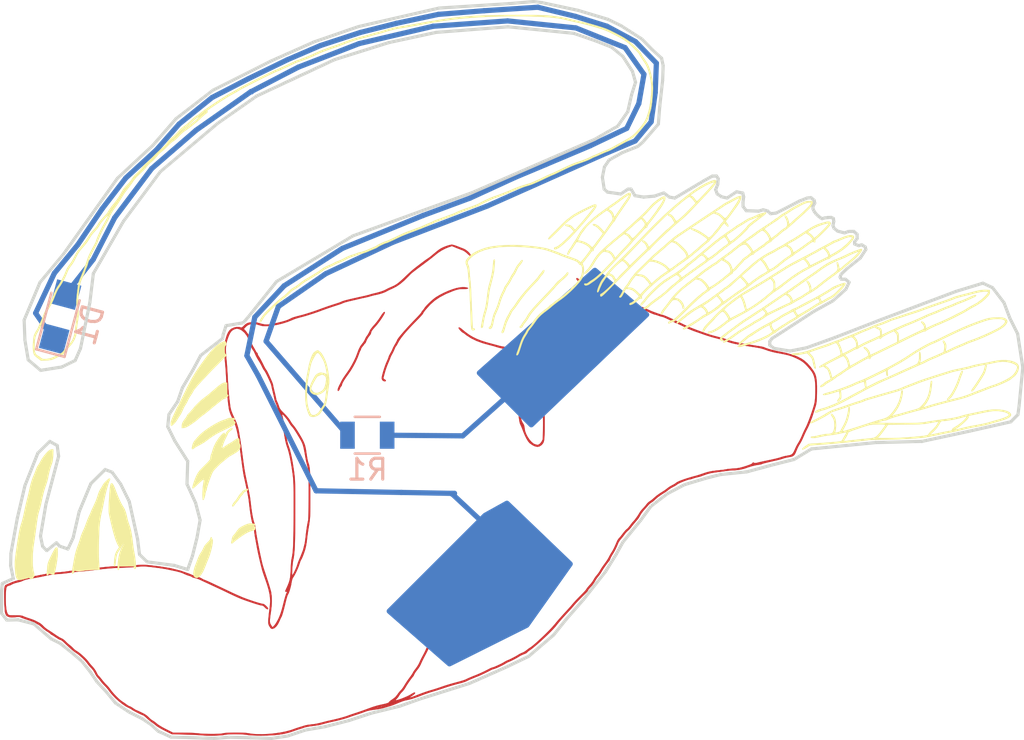
<source format=kicad_pcb>
(kicad_pcb (version 4) (host pcbnew 4.0.7)
  (layers (0 F.Cu signal) (31 B.Cu signal) (34 B.Paste user) (35 F.Paste user) (36 B.SilkS user) (37 F.SilkS user) (38 B.Mask user) (39 F.Mask user) (44 Edge.Cuts user))
  (net 0 "")
  (net 1 "Net-(D1-Pad2)")
  (net 2 "Net-(D1-Pad1)")
  (net 3 "Net-(R1-Pad2)")
  (module LEDs:LED_0805 (layer B.Cu) (at 150.66264 100.69068 75)
    (fp_text reference D1 (at 0 1.45 75) (layer B.SilkS) (effects (justify mirror)))
    (fp_text value LED)
    (pad 2 smd rect (at 1.1 0 255) (size 1.2 1.2) (layers B.Cu B.Paste B.Mask) (net 1 "Net-(D1-Pad2)"))
    (pad 1 smd rect (at -1.1 0 255) (size 1.2 1.2) (layers B.Cu B.Paste B.Mask) (net 2 "Net-(D1-Pad1)"))
  )
  (module Resistors_SMD:R_0805 (layer B.Cu) (at 165.37686 106.36758)
    (fp_text reference R1 (at 0 1.65) (layer B.SilkS) (effects (justify mirror)))
    (fp_text value 100)
    (pad 1 smd rect (at -0.95 0) (size 0.7 1.3) (layers B.Cu B.Paste B.Mask) (net 2 "Net-(D1-Pad1)"))
    (pad 2 smd rect (at 0.95 0) (size 0.7 1.3) (layers B.Cu B.Paste B.Mask) (net 3 "Net-(R1-Pad2)"))
  )
  (module SillyComps:fiiiish (layer F.Cu) (at 171.45 100.33254)
    (fp_text reference G*** hide)
    (fp_text value LOGO hide)
    (fp_poly (pts (xy 3.991972 -1.491949) (xy 4.046789 -1.45634) (xy 4.08728 -1.41605) (xy 4.14231 -1.366234) (xy 4.222144 -1.308805) (xy 4.312822 -1.252129) (xy 4.400381 -1.204572) (xy 4.470862 -1.174499) (xy 4.500748 -1.168291) (xy 4.536692 -1.153738) (xy 4.598691 -1.11574) (xy 4.671266 -1.064041) (xy 4.825093 -0.967808) (xy 5.025124 -0.877782) (xy 5.2578 -0.797746) (xy 5.350861 -0.764155) (xy 5.454612 -0.719499) (xy 5.497054 -0.698872) (xy 5.572894 -0.663185) (xy 5.633719 -0.640002) (xy 5.657066 -0.635) (xy 5.702616 -0.623928) (xy 5.765431 -0.597066) (xy 5.769558 -0.594957) (xy 5.825035 -0.571679) (xy 5.916026 -0.539291) (xy 6.029127 -0.502376) (xy 6.13172 -0.471131) (xy 6.253838 -0.433608) (xy 6.365894 -0.39633) (xy 6.454167 -0.364026) (xy 6.499639 -0.344328) (xy 6.571169 -0.310123) (xy 6.666774 -0.268138) (xy 6.774983 -0.222953) (xy 6.884323 -0.17915) (xy 6.983322 -0.141309) (xy 7.060509 -0.114012) (xy 7.104412 -0.101839) (xy 7.107479 -0.1016) (xy 7.151459 -0.090233) (xy 7.216598 -0.061963) (xy 7.235541 -0.052208) (xy 7.528912 0.085966) (xy 7.858714 0.207508) (xy 8.100303 0.278958) (xy 8.163445 0.300013) (xy 8.256844 0.33781) (xy 8.383172 0.393577) (xy 8.5451 0.468539) (xy 8.7453 0.563921) (xy 8.986444 0.680949) (xy 9.1313 0.751941) (xy 9.25563 0.810649) (xy 9.392089 0.870048) (xy 9.547724 0.932875) (xy 9.729581 1.001869) (xy 9.944707 1.079766) (xy 10.200149 1.169306) (xy 10.2489 1.186162) (xy 10.349096 1.218102) (xy 10.47969 1.256036) (xy 10.621576 1.294554) (xy 10.721446 1.319966) (xy 10.851707 1.353802) (xy 10.977043 1.389541) (xy 11.081615 1.422496) (xy 11.140546 1.444061) (xy 11.296654 1.49966) (xy 11.49087 1.553915) (xy 11.710538 1.603568) (xy 11.8872 1.636302) (xy 12.120082 1.675158) (xy 12.335416 1.710613) (xy 12.524297 1.741218) (xy 12.677824 1.765527) (xy 12.75452 1.777279) (xy 12.843623 1.794051) (xy 12.918361 1.814003) (xy 12.949184 1.826222) (xy 13.025736 1.858881) (xy 13.139164 1.896887) (xy 13.27635 1.936569) (xy 13.424176 1.974257) (xy 13.569526 2.00628) (xy 13.6398 2.019479) (xy 13.978999 2.088389) (xy 14.271805 2.169296) (xy 14.521456 2.263364) (xy 14.731189 2.371752) (xy 14.854159 2.455373) (xy 15.007875 2.591768) (xy 15.160583 2.762313) (xy 15.299064 2.951844) (xy 15.331149 3.002429) (xy 15.378001 3.093974) (xy 15.414043 3.201657) (xy 15.440063 3.33171) (xy 15.456847 3.490369) (xy 15.465184 3.683866) (xy 15.46586 3.918436) (xy 15.463611 4.0513) (xy 15.458821 4.222875) (xy 15.45225 4.354509) (xy 15.442709 4.457056) (xy 15.429013 4.541371) (xy 15.409974 4.618309) (xy 15.396961 4.6609) (xy 15.358381 4.781481) (xy 15.316717 4.912543) (xy 15.287891 5.0038) (xy 15.258115 5.096159) (xy 15.231464 5.174845) (xy 15.214918 5.2197) (xy 15.195675 5.267938) (xy 15.164802 5.347183) (xy 15.128716 5.440956) (xy 15.125908 5.4483) (xy 15.080149 5.559088) (xy 15.028194 5.671728) (xy 14.986035 5.7531) (xy 14.942995 5.835886) (xy 14.890626 5.946434) (xy 14.838079 6.065185) (xy 14.820929 6.10606) (xy 14.769198 6.22247) (xy 14.712112 6.336839) (xy 14.659499 6.429865) (xy 14.64359 6.454349) (xy 14.591024 6.542301) (xy 14.535005 6.653933) (xy 14.488985 6.761789) (xy 14.437416 6.886892) (xy 14.38856 6.972178) (xy 14.332079 7.026925) (xy 14.257635 7.060412) (xy 14.15489 7.081915) (xy 14.127847 7.085905) (xy 14.021042 7.104524) (xy 13.921125 7.127854) (xy 13.851828 7.15008) (xy 13.785574 7.172892) (xy 13.686973 7.201089) (xy 13.573435 7.22982) (xy 13.528881 7.240117) (xy 13.30879 7.289912) (xy 13.134839 7.330289) (xy 13.003428 7.362158) (xy 12.910957 7.386428) (xy 12.853826 7.404007) (xy 12.828435 7.415805) (xy 12.827 7.417324) (xy 12.796849 7.429586) (xy 12.73148 7.443135) (xy 12.6619 7.452934) (xy 12.509668 7.479032) (xy 12.331684 7.523133) (xy 12.147374 7.58001) (xy 12.0269 7.623877) (xy 11.926668 7.654349) (xy 11.796235 7.682281) (xy 11.655961 7.704389) (xy 11.526209 7.717393) (xy 11.438276 7.718774) (xy 11.384 7.720635) (xy 11.293336 7.728734) (xy 11.180121 7.741685) (xy 11.0871 7.753976) (xy 10.939073 7.774176) (xy 10.777038 7.795449) (xy 10.626893 7.814423) (xy 10.5664 7.821754) (xy 10.381972 7.852339) (xy 10.192653 7.902579) (xy 9.982504 7.976915) (xy 9.9187 8.002271) (xy 9.86563 8.019093) (xy 9.784522 8.039946) (xy 9.7282 8.052693) (xy 9.631959 8.076511) (xy 9.542099 8.104028) (xy 9.505088 8.117962) (xy 9.434027 8.142334) (xy 9.374868 8.153346) (xy 9.372005 8.1534) (xy 9.31908 8.163023) (xy 9.235529 8.188698) (xy 9.133109 8.22563) (xy 9.023581 8.269026) (xy 8.918704 8.314092) (xy 8.830238 8.356035) (xy 8.769942 8.39006) (xy 8.750767 8.406643) (xy 8.721085 8.430499) (xy 8.658852 8.467821) (xy 8.577526 8.510539) (xy 8.577318 8.510642) (xy 8.483125 8.562269) (xy 8.396332 8.618326) (xy 8.3439 8.659611) (xy 8.287 8.705179) (xy 8.201146 8.765108) (xy 8.10167 8.828879) (xy 8.0645 8.851331) (xy 7.954818 8.922459) (xy 7.84526 9.003587) (xy 7.755728 9.079748) (xy 7.738703 9.096362) (xy 7.662695 9.167539) (xy 7.587195 9.22851) (xy 7.535503 9.262072) (xy 7.463156 9.310888) (xy 7.4041 9.369067) (xy 7.362378 9.419183) (xy 7.298207 9.491889) (xy 7.224167 9.572984) (xy 7.210273 9.587899) (xy 7.131731 9.679512) (xy 7.058836 9.777487) (xy 7.006364 9.861842) (xy 7.00324 9.8679) (xy 6.956378 9.952723) (xy 6.907747 10.028399) (xy 6.884857 10.0584) (xy 6.837932 10.113152) (xy 6.774451 10.187168) (xy 6.728534 10.240679) (xy 6.657921 10.32572) (xy 6.58806 10.414203) (xy 6.554052 10.459591) (xy 6.493185 10.532937) (xy 6.427673 10.596607) (xy 6.407512 10.61242) (xy 6.348408 10.665975) (xy 6.284717 10.740311) (xy 6.260076 10.774508) (xy 6.199055 10.858161) (xy 6.124329 10.950962) (xy 6.083231 10.9982) (xy 6.020097 11.076912) (xy 5.968142 11.157304) (xy 5.946882 11.2014) (xy 5.877418 11.372021) (xy 5.799458 11.535639) (xy 5.721799 11.674281) (xy 5.696044 11.71398) (xy 5.639987 11.804833) (xy 5.589763 11.900487) (xy 5.570792 11.9436) (xy 5.54183 12.011354) (xy 5.518234 12.056604) (xy 5.511625 12.065) (xy 5.478535 12.100417) (xy 5.425822 12.167192) (xy 5.361508 12.25406) (xy 5.293611 12.34976) (xy 5.230154 12.443028) (xy 5.179156 12.5226) (xy 5.152374 12.569506) (xy 5.09719 12.661642) (xy 5.027677 12.756503) (xy 4.99902 12.790037) (xy 4.929572 12.877479) (xy 4.863332 12.978595) (xy 4.841221 13.018637) (xy 4.786105 13.110227) (xy 4.714069 13.209062) (xy 4.668201 13.263231) (xy 4.588064 13.351466) (xy 4.536877 13.410605) (xy 4.508582 13.448364) (xy 4.497122 13.472457) (xy 4.4958 13.482802) (xy 4.478618 13.509381) (xy 4.432517 13.561701) (xy 4.365658 13.630784) (xy 4.32435 13.671365) (xy 4.178936 13.814518) (xy 4.043234 13.953197) (xy 3.925276 14.078939) (xy 3.833094 14.183282) (xy 3.799795 14.224) (xy 3.752946 14.279832) (xy 3.681803 14.360164) (xy 3.597253 14.452849) (xy 3.535007 14.519539) (xy 3.418367 14.645125) (xy 3.301355 14.774531) (xy 3.191517 14.899115) (xy 3.096401 15.010235) (xy 3.023554 15.09925) (xy 2.990021 15.143545) (xy 2.924168 15.22541) (xy 2.826206 15.332942) (xy 2.703234 15.459505) (xy 2.562352 15.598464) (xy 2.410658 15.743184) (xy 2.255251 15.887031) (xy 2.10323 16.023367) (xy 1.961695 16.14556) (xy 1.837744 16.246972) (xy 1.738476 16.32097) (xy 1.71072 16.339263) (xy 1.64374 16.38618) (xy 1.596561 16.428415) (xy 1.584212 16.445908) (xy 1.553823 16.473555) (xy 1.49068 16.505762) (xy 1.439233 16.525114) (xy 1.33978 16.564815) (xy 1.241094 16.614925) (xy 1.2065 16.63619) (xy 1.12656 16.685417) (xy 1.023634 16.743026) (xy 0.912309 16.801487) (xy 0.807174 16.853267) (xy 0.722816 16.890837) (xy 0.689766 16.902962) (xy 0.63364 16.927971) (xy 0.559026 16.970498) (xy 0.522074 16.994331) (xy 0.458705 17.031749) (xy 0.369241 17.077907) (xy 0.265929 17.127278) (xy 0.161015 17.174335) (xy 0.066746 17.213554) (xy -0.00463 17.239407) (xy -0.037329 17.246756) (xy -0.077583 17.25781) (xy -0.127 17.280161) (xy -0.321641 17.380604) (xy -0.486461 17.461955) (xy -0.635503 17.530755) (xy -0.782804 17.593542) (xy -0.9017 17.641059) (xy -1.027957 17.691795) (xy -1.146619 17.742005) (xy -1.244385 17.785905) (xy -1.307955 17.817711) (xy -1.3081 17.817793) (xy -1.374332 17.847052) (xy -1.475526 17.881911) (xy -1.596911 17.91762) (xy -1.7018 17.944358) (xy -1.838749 17.979538) (xy -2.003921 18.026366) (xy -2.177812 18.079087) (xy -2.340917 18.131948) (xy -2.3622 18.139176) (xy -2.514195 18.190146) (xy -2.671772 18.24129) (xy -2.818365 18.287334) (xy -2.937406 18.323005) (xy -2.9591 18.329175) (xy -3.073622 18.364207) (xy -3.216869 18.412343) (xy -3.370629 18.467262) (xy -3.516687 18.522643) (xy -3.5179 18.52312) (xy -3.714173 18.597883) (xy -3.87893 18.654568) (xy -4.026258 18.69749) (xy -4.170238 18.730963) (xy -4.2418 18.744849) (xy -4.3151 18.764298) (xy -4.417883 18.799255) (xy -4.533553 18.843848) (xy -4.5974 18.870679) (xy -4.715311 18.919983) (xy -4.831519 18.965305) (xy -4.928398 18.999905) (xy -4.9657 19.011539) (xy -5.058047 19.038463) (xy -5.172242 19.072763) (xy -5.2705 19.102965) (xy -5.374359 19.129852) (xy -5.507869 19.156733) (xy -5.650039 19.179637) (xy -5.7277 19.189479) (xy -5.922547 19.218463) (xy -6.089771 19.257958) (xy -6.1722 19.285916) (xy -6.271434 19.323088) (xy -6.398294 19.367676) (xy -6.531786 19.412386) (xy -6.5913 19.431511) (xy -6.708216 19.469192) (xy -6.816546 19.505405) (xy -6.900982 19.53497) (xy -6.9342 19.547523) (xy -7.032917 19.582492) (xy -7.168414 19.623896) (xy -7.32767 19.668147) (xy -7.497664 19.711657) (xy -7.665375 19.750837) (xy -7.697374 19.757812) (xy -7.824198 19.78605) (xy -7.952544 19.816229) (xy -8.060742 19.843206) (xy -8.091074 19.851275) (xy -8.189758 19.878083) (xy -8.283194 19.903205) (xy -8.3312 19.915945) (xy -8.392461 19.928468) (xy -8.489829 19.944384) (xy -8.608924 19.961474) (xy -8.712536 19.974787) (xy -8.838741 19.992429) (xy -8.954927 20.012821) (xy -9.046705 20.033201) (xy -9.093536 20.047917) (xy -9.180577 20.080228) (xy -9.274778 20.108858) (xy -9.2837 20.111162) (xy -9.354876 20.132022) (xy -9.455204 20.165077) (xy -9.566441 20.204244) (xy -9.6012 20.217014) (xy -9.818597 20.288857) (xy -10.044914 20.344811) (xy -10.28845 20.386013) (xy -10.5575 20.413597) (xy -10.860364 20.4287) (xy -11.176 20.432548) (xy -11.36311 20.430433) (xy -11.531191 20.42515) (xy -11.671303 20.41715) (xy -11.774506 20.406885) (xy -11.812352 20.400424) (xy -11.901472 20.387169) (xy -12.026154 20.377266) (xy -12.175084 20.370737) (xy -12.336947 20.367609) (xy -12.500427 20.367904) (xy -12.654211 20.371648) (xy -12.786983 20.378865) (xy -12.887429 20.38958) (xy -12.9286 20.398016) (xy -13.002519 20.411237) (xy -13.116005 20.421871) (xy -13.257882 20.429705) (xy -13.416973 20.434525) (xy -13.582101 20.436116) (xy -13.74209 20.434266) (xy -13.885761 20.428761) (xy -14.001939 20.419387) (xy -14.0081 20.418659) (xy -14.084581 20.411915) (xy -14.202109 20.404729) (xy -14.350941 20.397543) (xy -14.521332 20.390803) (xy -14.703539 20.384952) (xy -14.8082 20.382203) (xy -15.4305 20.367248) (xy -15.771556 20.197969) (xy -15.900167 20.13148) (xy -16.019571 20.064924) (xy -16.118768 20.004773) (xy -16.186757 19.957499) (xy -16.200941 19.945384) (xy -16.277905 19.879965) (xy -16.360339 19.820058) (xy -16.380586 19.807285) (xy -16.443033 19.76325) (xy -16.525538 19.696369) (xy -16.612187 19.619666) (xy -16.628452 19.604445) (xy -16.703389 19.536784) (xy -16.766795 19.48536) (xy -16.808181 19.458476) (xy -16.815459 19.4564) (xy -16.852065 19.445131) (xy -16.92124 19.415309) (xy -17.011067 19.372909) (xy -17.10963 19.323905) (xy -17.205011 19.274273) (xy -17.285294 19.229989) (xy -17.338561 19.197027) (xy -17.34913 19.188813) (xy -17.397946 19.155951) (xy -17.467997 19.12037) (xy -17.481631 19.114482) (xy -17.630864 19.037181) (xy -17.796824 18.926138) (xy -17.968971 18.790473) (xy -18.136764 18.639307) (xy -18.289663 18.481758) (xy -18.417126 18.326945) (xy -18.456479 18.271064) (xy -18.511622 18.198982) (xy -18.585752 18.115176) (xy -18.640675 18.0594) (xy -18.723947 17.972733) (xy -18.808486 17.874125) (xy -18.852003 17.817645) (xy -18.911473 17.739853) (xy -18.968695 17.672347) (xy -19.000511 17.639845) (xy -19.040808 17.59015) (xy -19.08856 17.511824) (xy -19.126196 17.4371) (xy -19.198274 17.31145) (xy -19.288244 17.201495) (xy -19.307475 17.1831) (xy -19.381288 17.108873) (xy -19.447839 17.029872) (xy -19.476386 16.989066) (xy -19.535438 16.909951) (xy -19.62315 16.812539) (xy -19.727253 16.708622) (xy -19.835475 16.609995) (xy -19.935549 16.528449) (xy -20.003896 16.482034) (xy -20.098099 16.418199) (xy -20.218793 16.321722) (xy -20.359244 16.198387) (xy -20.512716 16.053981) (xy -20.584949 15.98295) (xy -20.656228 15.917849) (xy -20.719583 15.870361) (xy -20.762401 15.849814) (xy -20.765263 15.8496) (xy -20.806375 15.835741) (xy -20.875946 15.798772) (xy -20.96145 15.7456) (xy -20.995491 15.7226) (xy -21.081067 15.665491) (xy -21.15234 15.621697) (xy -21.198082 15.597964) (xy -21.206802 15.5956) (xy -21.23323 15.578816) (xy -21.2344 15.572039) (xy -21.254697 15.548469) (xy -21.308207 15.50824) (xy -21.383859 15.459581) (xy -21.39315 15.454012) (xy -21.492185 15.388631) (xy -21.590074 15.31361) (xy -21.655056 15.255323) (xy -21.726734 15.189581) (xy -21.797994 15.134683) (xy -21.832856 15.113365) (xy -21.908918 15.07092) (xy -21.971 15.031376) (xy -22.020478 15.005809) (xy -22.105836 14.970485) (xy -22.214342 14.930402) (xy -22.3139 14.896762) (xy -22.434124 14.856898) (xy -22.544163 14.818648) (xy -22.630423 14.786838) (xy -22.673768 14.768997) (xy -22.729232 14.749611) (xy -22.793371 14.74364) (xy -22.882774 14.750356) (xy -22.936723 14.757474) (xy -23.101098 14.76883) (xy -23.234505 14.753015) (xy -23.331245 14.710919) (xy -23.3532 14.692371) (xy -23.385955 14.643078) (xy -23.416629 14.57178) (xy -23.420558 14.559692) (xy -23.43131 14.500096) (xy -23.441248 14.39981) (xy -23.450055 14.268944) (xy -23.457413 14.117607) (xy -23.463002 13.955907) (xy -23.466505 13.793954) (xy -23.467604 13.641854) (xy -23.46598 13.509719) (xy -23.461314 13.407655) (xy -23.45794 13.372622) (xy -23.44521 13.290181) (xy -23.426696 13.242261) (xy -23.392528 13.21275) (xy -23.346952 13.191423) (xy -23.260272 13.153611) (xy -23.167058 13.111104) (xy -23.1521 13.104068) (xy -23.073845 13.072183) (xy -22.969946 13.036472) (xy -22.8727 13.007454) (xy -22.754172 12.973167) (xy -22.628299 12.933768) (xy -22.5425 12.904809) (xy -22.445551 12.875814) (xy -22.320509 12.845894) (xy -22.189715 12.820227) (xy -22.1488 12.813527) (xy -22.018842 12.791911) (xy -21.884928 12.76701) (xy -21.77052 12.743256) (xy -21.7424 12.736751) (xy -21.261699 12.645783) (xy -20.9042 12.610403) (xy -20.756449 12.598447) (xy -20.586701 12.579975) (xy -20.422825 12.55817) (xy -20.3581 12.548065) (xy -20.208352 12.52582) (xy -20.042386 12.505247) (xy -19.886932 12.489521) (xy -19.8247 12.484681) (xy -19.705648 12.475052) (xy -19.553314 12.460316) (xy -19.384749 12.442245) (xy -19.217001 12.42261) (xy -19.1643 12.416036) (xy -18.919976 12.385676) (xy -18.714588 12.361916) (xy -18.53684 12.343789) (xy -18.375433 12.330326) (xy -18.219073 12.320558) (xy -18.056462 12.313518) (xy -17.9197 12.30934) (xy -17.740907 12.302753) (xy -17.537623 12.292324) (xy -17.335149 12.279499) (xy -17.162531 12.266056) (xy -17.049796 12.256383) (xy -16.953961 12.24951) (xy -16.867101 12.245863) (xy -16.781286 12.24587) (xy -16.688589 12.249956) (xy -16.581082 12.258549) (xy -16.450837 12.272077) (xy -16.289927 12.290966) (xy -16.090423 12.315642) (xy -15.9766 12.329922) (xy -15.488731 12.409826) (xy -15.032487 12.523742) (xy -14.599906 12.673851) (xy -14.385262 12.765304) (xy -14.323415 12.790042) (xy -14.280384 12.801503) (xy -14.278199 12.8016) (xy -14.224563 12.811662) (xy -14.147273 12.836727) (xy -14.066185 12.869106) (xy -14.001154 12.901112) (xy -13.976614 12.918357) (xy -13.933919 12.948283) (xy -13.913121 12.954) (xy -13.877208 12.965064) (xy -13.798747 12.997361) (xy -13.680701 13.049544) (xy -13.526027 13.12027) (xy -13.337688 13.208194) (xy -13.118642 13.311969) (xy -12.9921 13.372463) (xy -12.741939 13.491809) (xy -12.531014 13.591048) (xy -12.353189 13.672921) (xy -12.202328 13.740169) (xy -12.072294 13.795534) (xy -11.956952 13.841756) (xy -11.8618 13.877383) (xy -11.667262 13.9461) (xy -11.487335 14.006388) (xy -11.328788 14.056192) (xy -11.198388 14.093459) (xy -11.102902 14.116133) (xy -11.054658 14.1224) (xy -11.0132 14.140252) (xy -10.955257 14.184842) (xy -10.894681 14.242716) (xy -10.845325 14.300423) (xy -10.82104 14.344509) (xy -10.8204 14.349893) (xy -10.836316 14.376482) (xy -10.876371 14.371414) (xy -10.929023 14.339194) (xy -10.980233 14.287499) (xy -11.038534 14.229574) (xy -11.093331 14.200087) (xy -11.105001 14.1986) (xy -11.159097 14.192017) (xy -11.245131 14.171511) (xy -11.367004 14.135948) (xy -11.528622 14.084191) (xy -11.7221 14.019136) (xy -11.844185 13.977301) (xy -11.948095 13.940998) (xy -12.040656 13.907287) (xy -12.128694 13.873227) (xy -12.219034 13.835876) (xy -12.318502 13.792294) (xy -12.433925 13.739539) (xy -12.572127 13.674672) (xy -12.739934 13.59475) (xy -12.944172 13.496833) (xy -13.0302 13.455521) (xy -13.693945 13.14588) (xy -13.817173 13.090505) (xy -13.918577 13.043877) (xy -14.022576 12.994005) (xy -14.0716 12.969535) (xy -14.165256 12.929809) (xy -14.276037 12.893888) (xy -14.33195 12.87995) (xy -14.409872 12.860271) (xy -14.462858 12.841079) (xy -14.478 12.829198) (xy -14.500048 12.811141) (xy -14.555658 12.788421) (xy -14.58595 12.779048) (xy -14.650096 12.760202) (xy -14.704606 12.74163) (xy -14.764951 12.71727) (xy -14.846603 12.681057) (xy -14.911864 12.651296) (xy -14.990247 12.621841) (xy -15.099539 12.588972) (xy -15.220646 12.558241) (xy -15.267464 12.547927) (xy -15.398769 12.520327) (xy -15.536582 12.491189) (xy -15.656374 12.465701) (xy -15.6845 12.459678) (xy -15.769919 12.443782) (xy -15.893112 12.424083) (xy -16.041373 12.402456) (xy -16.201996 12.380778) (xy -16.31647 12.366396) (xy -16.487321 12.346325) (xy -16.620819 12.332901) (xy -16.729917 12.325723) (xy -16.827571 12.324394) (xy -16.926736 12.328513) (xy -17.040367 12.337681) (xy -17.09117 12.342516) (xy -17.240787 12.355125) (xy -17.420064 12.367203) (xy -17.607865 12.377482) (xy -17.783056 12.384692) (xy -17.8054 12.385386) (xy -18.054847 12.394591) (xy -18.284152 12.407459) (xy -18.509627 12.425341) (xy -18.747584 12.449586) (xy -19.014334 12.481546) (xy -19.1008 12.492631) (xy -19.262963 12.512544) (xy -19.4323 12.531428) (xy -19.591151 12.547431) (xy -19.721851 12.558699) (xy -19.7485 12.560588) (xy -19.886754 12.572434) (xy -20.04974 12.590409) (xy -20.212208 12.611582) (xy -20.2946 12.623912) (xy -20.447735 12.645625) (xy -20.617878 12.665601) (xy -20.77874 12.680907) (xy -20.8534 12.686253) (xy -20.969913 12.693903) (xy -21.069437 12.702718) (xy -21.164332 12.714579) (xy -21.266952 12.731369) (xy -21.389654 12.75497) (xy -21.544796 12.787265) (xy -21.6154 12.80233) (xy -21.759442 12.831553) (xy -21.922041 12.862062) (xy -22.072251 12.888094) (xy -22.098 12.892242) (xy -22.288331 12.925676) (xy -22.433028 12.958794) (xy -22.537231 12.992933) (xy -22.5933 13.020874) (xy -22.642313 13.04175) (xy -22.724403 13.067407) (xy -22.82283 13.09268) (xy -22.8346 13.095364) (xy -22.93636 13.122154) (xy -23.026001 13.15261) (xy -23.085415 13.180508) (xy -23.0886 13.182639) (xy -23.161815 13.22113) (xy -23.232895 13.244574) (xy -23.284894 13.258839) (xy -23.323178 13.280709) (xy -23.350083 13.317525) (xy -23.367941 13.376625) (xy -23.379085 13.465351) (xy -23.385849 13.591042) (xy -23.390052 13.738949) (xy -23.390994 13.98266) (xy -23.38195 14.194225) (xy -23.363408 14.369354) (xy -23.335856 14.503757) (xy -23.299781 14.593142) (xy -23.291475 14.605388) (xy -23.269437 14.631683) (xy -23.243887 14.649429) (xy -23.205182 14.660306) (xy -23.14368 14.665991) (xy -23.04974 14.668163) (xy -22.928842 14.6685) (xy -22.783032 14.670882) (xy -22.671224 14.677686) (xy -22.599754 14.688396) (xy -22.578173 14.69701) (xy -22.539991 14.71644) (xy -22.465276 14.746237) (xy -22.366044 14.781811) (xy -22.2885 14.807668) (xy -22.17534 14.845732) (xy -22.074429 14.882321) (xy -21.999445 14.912338) (xy -21.971 14.92596) (xy -21.908262 14.959801) (xy -21.827197 15.001254) (xy -21.798856 15.015277) (xy -21.715569 15.068219) (xy -21.631533 15.140103) (xy -21.601565 15.17201) (xy -21.530413 15.241776) (xy -21.437172 15.3161) (xy -21.363039 15.365737) (xy -21.271836 15.422943) (xy -21.159355 15.496844) (xy -21.045444 15.57432) (xy -21.009482 15.599451) (xy -20.910812 15.665581) (xy -20.816924 15.72261) (xy -20.742249 15.76201) (xy -20.716978 15.772318) (xy -20.648633 15.808583) (xy -20.572208 15.868807) (xy -20.533045 15.908166) (xy -20.454968 15.987164) (xy -20.367017 16.064281) (xy -20.330745 16.092239) (xy -20.251196 16.156466) (xy -20.176997 16.226968) (xy -20.154281 16.252103) (xy -20.083753 16.319136) (xy -20.000007 16.377385) (xy -19.986452 16.384708) (xy -19.91125 16.432831) (xy -19.814369 16.508389) (xy -19.707636 16.600632) (xy -19.602878 16.698811) (xy -19.511924 16.792178) (xy -19.4466 16.869984) (xy -19.436446 16.884547) (xy -19.386284 16.951781) (xy -19.315283 17.0363) (xy -19.239008 17.1196) (xy -19.157616 17.215877) (xy -19.084394 17.322825) (xy -19.041725 17.402633) (xy -19.002794 17.482373) (xy -18.96575 17.543109) (xy -18.943414 17.567733) (xy -18.911869 17.597388) (xy -18.860171 17.656476) (xy -18.79826 17.733503) (xy -18.783377 17.752866) (xy -18.709475 17.844765) (xy -18.632143 17.932828) (xy -18.56732 17.998958) (xy -18.563632 18.002326) (xy -18.494502 18.073816) (xy -18.420299 18.164021) (xy -18.37993 18.219959) (xy -18.30852 18.31497) (xy -18.214344 18.424653) (xy -18.107993 18.538164) (xy -18.000058 18.644659) (xy -17.901131 18.733294) (xy -17.821801 18.793224) (xy -17.817284 18.796047) (xy -17.734284 18.850202) (xy -17.64207 18.914943) (xy -17.606605 18.941238) (xy -17.539162 18.988015) (xy -17.484465 19.018261) (xy -17.463405 19.0246) (xy -17.425984 19.0382) (xy -17.362566 19.073518) (xy -17.300863 19.1135) (xy -17.231472 19.160077) (xy -17.180314 19.192262) (xy -17.160375 19.2024) (xy -17.134238 19.212608) (xy -17.072127 19.240258) (xy -16.983905 19.280885) (xy -16.899413 19.320552) (xy -16.755922 19.393635) (xy -16.650232 19.460606) (xy -16.571166 19.528838) (xy -16.551357 19.550213) (xy -16.476955 19.623304) (xy -16.395207 19.687202) (xy -16.353447 19.712518) (xy -16.273806 19.762102) (xy -16.188346 19.82831) (xy -16.15604 19.857507) (xy -16.097107 19.903578) (xy -16.00344 19.964428) (xy -15.886288 20.03324) (xy -15.756899 20.103194) (xy -15.717843 20.12315) (xy -15.377485 20.2946) (xy -14.895326 20.2946) (xy -14.725632 20.296153) (xy -14.5565 20.300459) (xy -14.401131 20.306987) (xy -14.272729 20.315203) (xy -14.197934 20.322683) (xy -14.065869 20.336074) (xy -13.909051 20.345887) (xy -13.737522 20.352125) (xy -13.561325 20.35479) (xy -13.390501 20.353883) (xy -13.235095 20.349407) (xy -13.105148 20.341363) (xy -13.010703 20.329754) (xy -12.9794 20.322448) (xy -12.911717 20.310095) (xy -12.803783 20.300546) (xy -12.666071 20.293829) (xy -12.509055 20.289971) (xy -12.343209 20.289002) (xy -12.179006 20.290949) (xy -12.026918 20.29584) (xy -11.89742 20.303704) (xy -11.800985 20.314569) (xy -11.776408 20.319213) (xy -11.575473 20.350917) (xy -11.337605 20.366488) (xy -11.073727 20.366846) (xy -10.794758 20.35291) (xy -10.511618 20.325598) (xy -10.23523 20.285831) (xy -9.976512 20.234528) (xy -9.746386 20.172608) (xy -9.652 20.140392) (xy -9.538598 20.099559) (xy -9.427929 20.061687) (xy -9.339517 20.033403) (xy -9.320801 20.027933) (xy -9.219877 19.997929) (xy -9.112973 19.963913) (xy -9.088896 19.955858) (xy -9.004221 19.933898) (xy -8.892401 19.913767) (xy -8.777031 19.899683) (xy -8.772395 19.899281) (xy -8.646319 19.885968) (xy -8.523566 19.866625) (xy -8.389254 19.838316) (xy -8.228498 19.798104) (xy -8.141874 19.774884) (xy -8.046489 19.750457) (xy -7.923015 19.720922) (xy -7.79312 19.69141) (xy -7.748174 19.681612) (xy -7.581952 19.643606) (xy -7.411289 19.60064) (xy -7.249079 19.55627) (xy -7.108217 19.514056) (xy -7.001597 19.477554) (xy -6.985 19.471044) (xy -6.924558 19.448576) (xy -6.829719 19.415632) (xy -6.714535 19.377015) (xy -6.6167 19.345112) (xy -6.471416 19.296914) (xy -6.312171 19.241785) (xy -6.163549 19.188319) (xy -6.096 19.163027) (xy -5.907911 19.094727) (xy -5.602384 19.094727) (xy -5.577417 19.098794) (xy -5.544473 19.094124) (xy -5.54408 19.085454) (xy -5.578075 19.07939) (xy -5.592763 19.083448) (xy -5.602384 19.094727) (xy -5.907911 19.094727) (xy -5.847964 19.072959) (xy -5.801841 19.058466) (xy -5.503334 19.058466) (xy -5.499847 19.073566) (xy -5.4864 19.0754) (xy -5.465493 19.066106) (xy -5.469467 19.058466) (xy -5.499611 19.055426) (xy -5.503334 19.058466) (xy -5.801841 19.058466) (xy -5.755572 19.043927) (xy -5.424584 19.043927) (xy -5.399617 19.047994) (xy -5.366673 19.043324) (xy -5.36628 19.034654) (xy -5.400275 19.02859) (xy -5.414963 19.032648) (xy -5.424584 19.043927) (xy -5.755572 19.043927) (xy -5.640172 19.007666) (xy -5.300134 19.007666) (xy -5.296647 19.022766) (xy -5.2832 19.0246) (xy -5.262293 19.015306) (xy -5.266267 19.007666) (xy -5.296411 19.004626) (xy -5.300134 19.007666) (xy -5.640172 19.007666) (xy -5.629421 19.004288) (xy -5.426065 18.952681) (xy -5.345943 18.93588) (xy -5.196305 18.902718) (xy -5.095289 18.871752) (xy -5.0408 18.842222) (xy -5.0292 18.821108) (xy -5.009151 18.795419) (xy -4.994197 18.7833) (xy -4.8514 18.7833) (xy -4.8387 18.796) (xy -4.826 18.7833) (xy -4.8387 18.7706) (xy -4.8514 18.7833) (xy -4.994197 18.7833) (xy -4.95763 18.753666) (xy -4.792134 18.753666) (xy -4.788647 18.768766) (xy -4.7752 18.7706) (xy -4.754293 18.761306) (xy -4.758267 18.753666) (xy -4.788411 18.750626) (xy -4.792134 18.753666) (xy -4.95763 18.753666) (xy -4.956241 18.752541) (xy -4.881331 18.701152) (xy -4.87045 18.69424) (xy -4.736128 18.592749) (xy -4.642995 18.481229) (xy -4.63783 18.47291) (xy -4.578035 18.386763) (xy -4.510059 18.305832) (xy -4.479319 18.2753) (xy -4.423694 18.213946) (xy -4.359082 18.12621) (xy -4.299428 18.031034) (xy -4.299189 18.030612) (xy -4.237268 17.929065) (xy -4.158189 17.809992) (xy -4.076695 17.695402) (xy -4.057415 17.669695) (xy -3.99066 17.578863) (xy -3.934545 17.496953) (xy -3.897442 17.436439) (xy -3.888803 17.418546) (xy -3.861764 17.369584) (xy -3.812328 17.297647) (xy -3.751193 17.218302) (xy -3.751138 17.218234) (xy -3.680137 17.119438) (xy -3.613709 17.007716) (xy -3.574708 16.92667) (xy -3.5304 16.827477) (xy -3.472195 16.709757) (xy -3.412455 16.598472) (xy -3.410645 16.595277) (xy -3.348931 16.479319) (xy -3.286776 16.350875) (xy -3.238438 16.239677) (xy -3.189787 16.12173) (xy -3.132606 15.98946) (xy -3.0867 15.8877) (xy -3.042698 15.783902) (xy -2.992762 15.65221) (xy -2.944674 15.513643) (xy -2.922165 15.4432) (xy -2.880115 15.306581) (xy -2.830014 15.143959) (xy -2.778805 14.977867) (xy -2.742129 14.859) (xy -2.693137 14.699922) (xy -2.638078 14.52056) (xy -2.584685 14.346136) (xy -2.551291 14.2367) (xy -2.492053 14.062626) (xy -2.421812 13.888084) (xy -2.349821 13.735674) (xy -2.334141 13.706403) (xy -2.27094 13.585044) (xy -2.209258 13.455228) (xy -2.159301 13.338811) (xy -2.14529 13.302007) (xy -2.080038 13.159619) (xy -1.985708 13.003435) (xy -1.873847 12.850162) (xy -1.756 12.716506) (xy -1.710648 12.673068) (xy -1.611624 12.599242) (xy -1.481508 12.523556) (xy -1.338732 12.455467) (xy -1.201727 12.404431) (xy -1.1684 12.394877) (xy -1.032037 12.364817) (xy -0.888455 12.343318) (xy -0.746298 12.330475) (xy -0.614207 12.326382) (xy -0.500825 12.331131) (xy -0.414795 12.344817) (xy -0.364758 12.367533) (xy -0.3556 12.386078) (xy -0.363749 12.406717) (xy -0.395219 12.415418) (xy -0.460547 12.413695) (xy -0.51435 12.408889) (xy -0.712544 12.406698) (xy -0.931068 12.433585) (xy -1.151674 12.485578) (xy -1.356116 12.558704) (xy -1.476374 12.618349) (xy -1.650079 12.744573) (xy -1.807836 12.916178) (xy -1.854236 12.9794) (xy -1.905577 13.049131) (xy -1.953961 13.109052) (xy -1.962453 13.118604) (xy -1.995336 13.171032) (xy -2.030131 13.25151) (xy -2.049264 13.309104) (xy -2.076504 13.384582) (xy -2.120776 13.488283) (xy -2.175138 13.605761) (xy -2.232647 13.722571) (xy -2.286362 13.824268) (xy -2.329338 13.896407) (xy -2.336385 13.9065) (xy -2.352113 13.941658) (xy -2.379886 14.017628) (xy -2.417213 14.126545) (xy -2.461604 14.260546) (xy -2.510566 14.411767) (xy -2.561608 14.572343) (xy -2.61224 14.73441) (xy -2.65997 14.890105) (xy -2.702305 15.031563) (xy -2.736757 15.15092) (xy -2.760832 15.240312) (xy -2.766881 15.2654) (xy -2.795735 15.370609) (xy -2.839949 15.506263) (xy -2.893851 15.656566) (xy -2.951766 15.805721) (xy -3.008021 15.937932) (xy -3.010006 15.942313) (xy -3.057714 16.048231) (xy -3.092017 16.127382) (xy -3.121 16.199027) (xy -3.152365 16.2814) (xy -3.181071 16.347558) (xy -3.225762 16.439231) (xy -3.277311 16.537773) (xy -3.282936 16.5481) (xy -3.365865 16.703531) (xy -3.43646 16.846018) (xy -3.507952 17.002544) (xy -3.527369 17.046697) (xy -3.574384 17.133767) (xy -3.63938 17.229969) (xy -3.682285 17.283873) (xy -3.745858 17.365299) (xy -3.800032 17.448426) (xy -3.824275 17.495585) (xy -3.853259 17.55798) (xy -3.876921 17.597316) (xy -3.880836 17.601309) (xy -3.913193 17.635983) (xy -3.964982 17.702417) (xy -4.028422 17.789476) (xy -4.09573 17.886027) (xy -4.159125 17.980934) (xy -4.210824 18.063061) (xy -4.240412 18.115814) (xy -4.297635 18.208635) (xy -4.370671 18.299118) (xy -4.39758 18.32617) (xy -4.464067 18.395971) (xy -4.519826 18.468522) (xy -4.53672 18.496652) (xy -4.58305 18.570161) (xy -4.642089 18.644942) (xy -4.650058 18.653676) (xy -4.693217 18.702463) (xy -4.715357 18.732692) (xy -4.71614 18.736526) (xy -4.683027 18.738133) (xy -4.613868 18.721925) (xy -4.518585 18.691708) (xy -4.407102 18.651284) (xy -4.289344 18.604458) (xy -4.175234 18.555035) (xy -4.074696 18.506817) (xy -3.997653 18.46361) (xy -3.98838 18.457557) (xy -3.912221 18.409558) (xy -3.849919 18.375867) (xy -3.81693 18.3642) (xy -3.784593 18.376631) (xy -3.790835 18.409329) (xy -3.831303 18.4554) (xy -3.901646 18.507949) (xy -3.9116 18.514186) (xy -3.979491 18.5577) (xy -4.025573 18.590566) (xy -4.0386 18.603492) (xy -4.015694 18.60607) (xy -3.947392 18.587355) (xy -3.834326 18.547561) (xy -3.677123 18.486899) (xy -3.587706 18.451052) (xy -3.441899 18.395094) (xy -3.280687 18.338079) (xy -3.1272 18.287979) (xy -3.039119 18.261952) (xy -2.902945 18.221915) (xy -2.742965 18.171364) (xy -2.58283 18.11791) (xy -2.4892 18.084975) (xy -2.353431 18.038859) (xy -2.1873 17.986889) (xy -2.009902 17.934811) (xy -1.840334 17.888367) (xy -1.806048 17.879494) (xy -1.665547 17.841843) (xy -1.536811 17.804129) (xy -1.430542 17.769724) (xy -1.357441 17.742001) (xy -1.336148 17.731383) (xy -1.282199 17.703647) (xy -1.192927 17.663355) (xy -1.080563 17.615826) (xy -0.957334 17.566381) (xy -0.9525 17.564497) (xy -0.797698 17.502294) (xy -0.651825 17.43903) (xy -0.500885 17.368189) (xy -0.330883 17.283258) (xy -0.1778 17.203961) (xy -0.121764 17.179281) (xy -0.087023 17.170556) (xy -0.04427 17.159612) (xy 0.031343 17.130741) (xy 0.127633 17.089506) (xy 0.232416 17.041468) (xy 0.333508 16.992188) (xy 0.418726 16.947227) (xy 0.4699 16.916344) (xy 0.544969 16.870189) (xy 0.614232 16.835516) (xy 0.635 16.827773) (xy 0.703075 16.801098) (xy 0.800038 16.755868) (xy 0.911203 16.699636) (xy 1.021881 16.639958) (xy 1.117384 16.584389) (xy 1.1557 16.559942) (xy 1.240762 16.510309) (xy 1.329118 16.469389) (xy 1.352474 16.460926) (xy 1.42922 16.425466) (xy 1.515379 16.370891) (xy 1.553035 16.341863) (xy 1.623348 16.286012) (xy 1.686035 16.241024) (xy 1.710923 16.225717) (xy 1.777748 16.181213) (xy 1.872948 16.105809) (xy 1.990082 16.005598) (xy 2.122711 15.886673) (xy 2.264393 15.755127) (xy 2.408689 15.617054) (xy 2.549159 15.478547) (xy 2.679362 15.3457) (xy 2.792857 15.224605) (xy 2.883205 15.121356) (xy 2.900416 15.1003) (xy 3.047128 14.923969) (xy 3.225698 14.720776) (xy 3.438993 14.487468) (xy 3.468247 14.456016) (xy 3.560088 14.355979) (xy 3.649016 14.256562) (xy 3.723456 14.170841) (xy 3.763614 14.1224) (xy 3.814214 14.063543) (xy 3.891985 13.978769) (xy 3.987838 13.87774) (xy 4.092684 13.770117) (xy 4.137116 13.725371) (xy 4.233735 13.627002) (xy 4.31613 13.539937) (xy 4.378142 13.470938) (xy 4.413613 13.426768) (xy 4.4196 13.41515) (xy 4.435907 13.385153) (xy 4.479394 13.328921) (xy 4.541907 13.256721) (xy 4.56826 13.227979) (xy 4.644187 13.140216) (xy 4.7113 13.051682) (xy 4.7573 12.97885) (xy 4.763306 12.9667) (xy 4.807577 12.889401) (xy 4.870859 12.801215) (xy 4.913128 12.7508) (xy 4.98287 12.664494) (xy 5.047434 12.569536) (xy 5.075302 12.520463) (xy 5.117404 12.447966) (xy 5.180475 12.351933) (xy 5.25373 12.248477) (xy 5.287779 12.202963) (xy 5.361174 12.101967) (xy 5.428185 12.001258) (xy 5.478465 11.916729) (xy 5.493334 11.8872) (xy 5.540398 11.79512) (xy 5.599023 11.695443) (xy 5.623724 11.657579) (xy 5.684064 11.55917) (xy 5.749194 11.432601) (xy 5.82283 11.270292) (xy 5.881032 11.132302) (xy 5.919746 11.055452) (xy 5.963001 10.99315) (xy 5.975791 10.979902) (xy 6.013717 10.939214) (xy 6.071053 10.869878) (xy 6.137528 10.784476) (xy 6.16198 10.751868) (xy 6.22884 10.666273) (xy 6.290597 10.595123) (xy 6.337155 10.549771) (xy 6.348973 10.541549) (xy 6.38955 10.507671) (xy 6.446404 10.445372) (xy 6.50674 10.368781) (xy 6.561442 10.295131) (xy 6.604731 10.238752) (xy 6.627679 10.211257) (xy 6.62819 10.2108) (xy 6.677716 10.159718) (xy 6.743466 10.07993) (xy 6.814708 9.985787) (xy 6.880708 9.891641) (xy 6.930736 9.811842) (xy 6.941609 9.7917) (xy 7.000143 9.69713) (xy 7.075428 9.60159) (xy 7.112149 9.5631) (xy 7.188971 9.482625) (xy 7.263778 9.393405) (xy 7.293341 9.353583) (xy 7.354363 9.281011) (xy 7.422185 9.22186) (xy 7.449747 9.204849) (xy 7.508776 9.166686) (xy 7.586772 9.105097) (xy 7.667309 9.033091) (xy 7.6708 9.029748) (xy 7.761356 8.951695) (xy 7.875209 8.86608) (xy 7.9907 8.78899) (xy 8.0137 8.775054) (xy 8.114338 8.712557) (xy 8.207023 8.650002) (xy 8.276416 8.59791) (xy 8.2931 8.583411) (xy 8.35726 8.533877) (xy 8.446454 8.477609) (xy 8.52376 8.43581) (xy 8.607084 8.39163) (xy 8.67376 8.350867) (xy 8.707763 8.323845) (xy 8.75731 8.287428) (xy 8.84992 8.242042) (xy 8.979127 8.190008) (xy 9.138465 8.133648) (xy 9.321469 8.075282) (xy 9.521671 8.017232) (xy 9.6774 7.975765) (xy 9.752267 7.954127) (xy 9.857347 7.920622) (xy 9.97517 7.880906) (xy 10.033 7.860629) (xy 10.171338 7.815581) (xy 10.31043 7.780028) (xy 10.463164 7.751517) (xy 10.642429 7.727594) (xy 10.8331 7.708322) (xy 10.944073 7.69596) (xy 11.053403 7.680114) (xy 11.1252 7.666734) (xy 11.203061 7.654135) (xy 11.312506 7.642386) (xy 11.434331 7.633411) (xy 11.4808 7.631089) (xy 11.603722 7.622664) (xy 11.717228 7.606423) (xy 11.838072 7.578986) (xy 11.983009 7.536976) (xy 12.04595 7.517108) (xy 12.200459 7.464812) (xy 12.305333 7.422837) (xy 12.360534 7.3912) (xy 12.3698 7.376974) (xy 12.388427 7.346982) (xy 12.426975 7.342551) (xy 12.457478 7.364022) (xy 12.489511 7.372074) (xy 12.557339 7.364149) (xy 12.605027 7.353419) (xy 12.713288 7.327037) (xy 12.83208 7.299945) (xy 12.8778 7.290099) (xy 12.960113 7.272847) (xy 13.075661 7.248641) (xy 13.207957 7.220933) (xy 13.318537 7.197778) (xy 13.451186 7.168174) (xy 13.579493 7.136347) (xy 13.6874 7.106455) (xy 13.750337 7.085955) (xy 13.847781 7.055975) (xy 13.966469 7.028227) (xy 14.057043 7.012359) (xy 14.164348 6.992161) (xy 14.242876 6.960694) (xy 14.303066 6.908713) (xy 14.35536 6.826974) (xy 14.410196 6.706233) (xy 14.414501 6.695836) (xy 14.464075 6.587373) (xy 14.521673 6.47832) (xy 14.569077 6.401096) (xy 14.616826 6.321685) (xy 14.672714 6.213789) (xy 14.727057 6.096495) (xy 14.744536 6.05526) (xy 14.796963 5.933641) (xy 14.854673 5.808754) (xy 14.907429 5.702531) (xy 14.921133 5.6769) (xy 14.965342 5.58588) (xy 15.02019 5.456921) (xy 15.0817 5.300734) (xy 15.145897 5.128032) (xy 15.208804 4.949527) (xy 15.266445 4.775932) (xy 15.314843 4.617958) (xy 15.317111 4.6101) (xy 15.34425 4.501971) (xy 15.363417 4.388716) (xy 15.3763 4.256392) (xy 15.384584 4.091059) (xy 15.386262 4.0386) (xy 15.389638 3.780225) (xy 15.382359 3.564742) (xy 15.362975 3.38508) (xy 15.330033 3.234172) (xy 15.282083 3.10495) (xy 15.217673 2.990344) (xy 15.153456 2.904598) (xy 15.027404 2.756629) (xy 14.919739 2.641598) (xy 14.819594 2.550911) (xy 14.7161 2.475977) (xy 14.598389 2.408203) (xy 14.455593 2.338997) (xy 14.4145 2.320374) (xy 14.308839 2.275442) (xy 14.204598 2.237376) (xy 14.09189 2.20356) (xy 13.960831 2.171382) (xy 13.801536 2.138226) (xy 13.604118 2.101479) (xy 13.5509 2.091999) (xy 13.412283 2.063384) (xy 13.263901 2.026247) (xy 13.131353 1.987176) (xy 13.0937 1.974356) (xy 12.974374 1.932155) (xy 12.879559 1.900728) (xy 12.795581 1.876746) (xy 12.708769 1.856877) (xy 12.605451 1.837793) (xy 12.471954 1.816162) (xy 12.3952 1.804216) (xy 12.12966 1.762512) (xy 11.908156 1.726209) (xy 11.724375 1.693936) (xy 11.572006 1.664321) (xy 11.444737 1.635992) (xy 11.336257 1.607578) (xy 11.240254 1.577708) (xy 11.150417 1.545008) (xy 11.089746 1.520506) (xy 11.013934 1.493274) (xy 10.904368 1.459494) (xy 10.77684 1.42383) (xy 10.669546 1.396358) (xy 10.516842 1.356304) (xy 10.347749 1.307581) (xy 10.187771 1.257706) (xy 10.1081 1.230825) (xy 9.963944 1.180287) (xy 9.803366 1.124138) (xy 9.652669 1.071572) (xy 9.59557 1.051703) (xy 9.4583 0.99957) (xy 9.302858 0.933739) (xy 9.155325 0.865456) (xy 9.103209 0.839379) (xy 8.991851 0.783613) (xy 8.88726 0.734095) (xy 8.803633 0.697402) (xy 8.765939 0.683118) (xy 8.683476 0.649268) (xy 8.609571 0.608072) (xy 8.606678 0.606074) (xy 8.555377 0.573364) (xy 8.523403 0.558843) (xy 8.522629 0.5588) (xy 8.493851 0.548406) (xy 8.430644 0.520557) (xy 8.344145 0.480247) (xy 8.296095 0.457199) (xy 8.198517 0.41211) (xy 8.114744 0.377291) (xy 8.057604 0.357909) (xy 8.043867 0.3556) (xy 7.997441 0.34692) (xy 7.923391 0.324614) (xy 7.867922 0.304812) (xy 7.788627 0.276699) (xy 7.726379 0.25825) (xy 7.702617 0.254012) (xy 7.661851 0.242871) (xy 7.581629 0.211135) (xy 7.467737 0.161317) (xy 7.325961 0.095928) (xy 7.200535 0.036112) (xy 7.125801 0.002067) (xy 7.06863 -0.020272) (xy 7.04796 -0.0254) (xy 7.010619 -0.034721) (xy 6.938719 -0.059505) (xy 6.844303 -0.094986) (xy 6.73941 -0.136399) (xy 6.636081 -0.178978) (xy 6.546357 -0.217957) (xy 6.482278 -0.24857) (xy 6.477 -0.251393) (xy 6.407944 -0.282643) (xy 6.310167 -0.319184) (xy 6.204088 -0.353421) (xy 6.1976 -0.355325) (xy 6.012846 -0.410452) (xy 5.861428 -0.458271) (xy 5.748462 -0.497098) (xy 5.679066 -0.525249) (xy 5.674472 -0.52754) (xy 5.597331 -0.563318) (xy 5.487493 -0.609313) (xy 5.360351 -0.659362) (xy 5.231295 -0.707303) (xy 5.1816 -0.724851) (xy 5.010826 -0.78604) (xy 4.878423 -0.838716) (xy 4.77377 -0.887801) (xy 4.686248 -0.938219) (xy 4.615196 -0.987428) (xy 4.532966 -1.042554) (xy 4.454413 -1.085397) (xy 4.4069 -1.103585) (xy 4.329408 -1.132856) (xy 4.237933 -1.183665) (xy 4.143061 -1.247896) (xy 4.055379 -1.317436) (xy 3.985473 -1.384171) (xy 3.94393 -1.439986) (xy 3.937 -1.463735) (xy 3.952287 -1.495395) (xy 3.991972 -1.491949)) (layer F.Cu) (width 0.01))
    (fp_poly (pts (xy -1.965635 -3.089277) (xy -1.87866 -3.064472) (xy -1.780676 -3.02934) (xy -1.769885 -3.025025) (xy -1.660802 -2.981572) (xy -1.55103 -2.938928) (xy -1.465422 -2.906729) (xy -1.389187 -2.869748) (xy -1.311527 -2.817049) (xy -1.239053 -2.755776) (xy -1.178371 -2.693075) (xy -1.136091 -2.636089) (xy -1.11882 -2.591965) (xy -1.133168 -2.567847) (xy -1.149726 -2.5654) (xy -1.183397 -2.582503) (xy -1.238054 -2.626878) (xy -1.289191 -2.67616) (xy -1.383662 -2.756557) (xy -1.486885 -2.818195) (xy -1.517415 -2.830985) (xy -1.602228 -2.862914) (xy -1.711296 -2.905336) (xy -1.8219 -2.949408) (xy -1.828434 -2.952051) (xy -2.018568 -3.029053) (xy -2.158634 -2.983702) (xy -2.3359 -2.912539) (xy -2.52044 -2.815147) (xy -2.687774 -2.704949) (xy -2.736544 -2.66683) (xy -2.855778 -2.56935) (xy -2.966163 -2.48097) (xy -3.079743 -2.392306) (xy -3.208564 -2.293973) (xy -3.36467 -2.176585) (xy -3.3909 -2.156965) (xy -3.557957 -2.032013) (xy -3.68969 -1.933145) (xy -3.791476 -1.856046) (xy -3.868691 -1.796399) (xy -3.926713 -1.749889) (xy -3.970915 -1.7122) (xy -4.006676 -1.679015) (xy -4.039372 -1.646018) (xy -4.074378 -1.608894) (xy -4.0767 -1.606408) (xy -4.286903 -1.394905) (xy -4.483306 -1.226348) (xy -4.671221 -1.096614) (xy -4.855962 -1.001581) (xy -4.856606 -1.001306) (xy -4.958288 -0.956521) (xy -5.047645 -0.914704) (xy -5.110099 -0.882765) (xy -5.123627 -0.874733) (xy -5.228083 -0.820519) (xy -5.368359 -0.767442) (xy -5.529639 -0.720664) (xy -5.633247 -0.697178) (xy -5.743626 -0.673097) (xy -5.848943 -0.647067) (xy -5.92742 -0.624492) (xy -5.9309 -0.623331) (xy -6.014495 -0.598856) (xy -6.119363 -0.573078) (xy -6.1849 -0.559147) (xy -6.288067 -0.537911) (xy -6.388602 -0.515601) (xy -6.4389 -0.503513) (xy -6.508148 -0.486694) (xy -6.610294 -0.462779) (xy -6.728637 -0.435654) (xy -6.7945 -0.420792) (xy -6.978524 -0.377323) (xy -7.122953 -0.338487) (xy -7.22419 -0.305336) (xy -7.2771 -0.280049) (xy -7.311309 -0.26498) (xy -7.381925 -0.239644) (xy -7.476686 -0.208331) (xy -7.5311 -0.191213) (xy -7.764836 -0.116185) (xy -8.009425 -0.032902) (xy -8.240819 0.050338) (xy -8.3439 0.089288) (xy -8.444784 0.126195) (xy -8.575378 0.171162) (xy -8.721655 0.219655) (xy -8.869589 0.267137) (xy -9.005153 0.30907) (xy -9.114321 0.340919) (xy -9.1567 0.352163) (xy -9.355684 0.404463) (xy -9.513143 0.452333) (xy -9.637836 0.498557) (xy -9.6901 0.521671) (xy -9.889561 0.602739) (xy -10.121377 0.676232) (xy -10.367189 0.73755) (xy -10.60864 0.782093) (xy -10.8204 0.804868) (xy -10.944328 0.810121) (xy -11.03944 0.807129) (xy -11.127407 0.793281) (xy -11.229898 0.765966) (xy -11.285908 0.74878) (xy -11.395167 0.715779) (xy -11.472279 0.697474) (xy -11.533196 0.69221) (xy -11.593868 0.698336) (xy -11.654208 0.710605) (xy -11.760983 0.743361) (xy -11.842853 0.794236) (xy -11.892392 0.84106) (xy -11.986483 0.939502) (xy -11.897224 1.034901) (xy -11.777724 1.196117) (xy -11.687193 1.389116) (xy -11.649126 1.517163) (xy -11.61374 1.627191) (xy -11.562753 1.741479) (xy -11.53503 1.7907) (xy -11.483253 1.877059) (xy -11.437023 1.960397) (xy -11.416982 2.00025) (xy -11.385226 2.054866) (xy -11.357027 2.082106) (xy -11.35346 2.0828) (xy -11.33263 2.103918) (xy -11.3284 2.130174) (xy -11.313444 2.18431) (xy -11.281791 2.238124) (xy -11.234073 2.310031) (xy -11.170939 2.422247) (xy -11.09104 2.57726) (xy -11.022432 2.716649) (xy -10.978521 2.801828) (xy -10.938719 2.869873) (xy -10.911381 2.906542) (xy -10.910672 2.907149) (xy -10.888211 2.940003) (xy -10.851179 3.009107) (xy -10.804448 3.103779) (xy -10.75289 3.213337) (xy -10.701375 3.3271) (xy -10.654777 3.434385) (xy -10.617966 3.524511) (xy -10.595815 3.586796) (xy -10.591579 3.6068) (xy -10.585621 3.645169) (xy -10.569514 3.721769) (xy -10.545692 3.825614) (xy -10.51659 3.945717) (xy -10.5156 3.9497) (xy -10.486359 4.070257) (xy -10.462322 4.175024) (xy -10.445926 4.25297) (xy -10.439608 4.293067) (xy -10.4396 4.293579) (xy -10.428452 4.339558) (xy -10.400808 4.407299) (xy -10.389161 4.431199) (xy -10.350952 4.517333) (xy -10.313419 4.619157) (xy -10.300902 4.65882) (xy -10.276716 4.724755) (xy -10.240908 4.787158) (xy -10.185691 4.856525) (xy -10.103275 4.94335) (xy -10.05245 4.993643) (xy -9.95686 5.09307) (xy -9.868504 5.195616) (xy -9.798836 5.287469) (xy -9.768104 5.336543) (xy -9.714411 5.426031) (xy -9.65568 5.508946) (xy -9.621821 5.548856) (xy -9.565962 5.616582) (xy -9.493527 5.718348) (xy -9.411376 5.843123) (xy -9.326371 5.979875) (xy -9.24537 6.117573) (xy -9.175235 6.245188) (xy -9.123582 6.35) (xy -9.086281 6.438361) (xy -9.057121 6.523035) (xy -9.033087 6.616434) (xy -9.011162 6.73097) (xy -8.988329 6.879058) (xy -8.97906 6.94475) (xy -8.959419 7.072952) (xy -8.937995 7.191342) (xy -8.917526 7.285858) (xy -8.902354 7.33845) (xy -8.87951 7.402951) (xy -8.86047 7.46935) (xy -8.844882 7.542851) (xy -8.832393 7.628657) (xy -8.82265 7.731969) (xy -8.815303 7.85799) (xy -8.809999 8.011923) (xy -8.806386 8.19897) (xy -8.804111 8.424335) (xy -8.802823 8.693218) (xy -8.802506 8.8138) (xy -8.802008 9.088913) (xy -8.802039 9.319538) (xy -8.802913 9.511985) (xy -8.804945 9.672563) (xy -8.808448 9.807585) (xy -8.813736 9.923359) (xy -8.821123 10.026197) (xy -8.830922 10.12241) (xy -8.843448 10.218308) (xy -8.859014 10.320201) (xy -8.877935 10.4344) (xy -8.885247 10.4775) (xy -8.909647 10.631616) (xy -8.933639 10.801386) (xy -8.953835 10.962003) (xy -8.96325 11.049) (xy -8.981426 11.189553) (xy -9.00779 11.338695) (xy -9.037802 11.47206) (xy -9.050822 11.5189) (xy -9.08894 11.636935) (xy -9.131322 11.75529) (xy -9.173591 11.863057) (xy -9.21137 11.949329) (xy -9.240283 12.0032) (xy -9.249573 12.014229) (xy -9.264642 12.043168) (xy -9.288865 12.107624) (xy -9.317297 12.194311) (xy -9.320498 12.204729) (xy -9.361375 12.321659) (xy -9.41598 12.454598) (xy -9.477774 12.589676) (xy -9.540216 12.713026) (xy -9.596765 12.810779) (xy -9.625957 12.8524) (xy -9.660482 12.919847) (xy -9.689042 13.021499) (xy -9.700378 13.086558) (xy -9.721005 13.202915) (xy -9.750506 13.329178) (xy -9.785063 13.452431) (xy -9.820853 13.559757) (xy -9.854057 13.638239) (xy -9.872175 13.667353) (xy -9.89163 13.70758) (xy -9.918028 13.785501) (xy -9.947621 13.889148) (xy -9.971621 13.984853) (xy -10.018084 14.176764) (xy -10.062706 14.351239) (xy -10.103668 14.501835) (xy -10.139153 14.622111) (xy -10.167343 14.705622) (xy -10.186338 14.745829) (xy -10.207041 14.782081) (xy -10.240061 14.851801) (xy -10.278958 14.941249) (xy -10.286898 14.960351) (xy -10.357559 15.100251) (xy -10.439527 15.210277) (xy -10.526639 15.283915) (xy -10.612733 15.31465) (xy -10.62248 15.315142) (xy -10.671031 15.306173) (xy -10.712907 15.270442) (xy -10.757721 15.20279) (xy -10.790922 15.140942) (xy -10.809739 15.085351) (xy -10.817074 15.019222) (xy -10.815831 14.925758) (xy -10.81368 14.87894) (xy -10.805275 14.764223) (xy -10.790854 14.620262) (xy -10.77266 14.467937) (xy -10.75832 14.3637) (xy -10.735105 14.168561) (xy -10.726765 13.987013) (xy -10.734706 13.809556) (xy -10.760333 13.626692) (xy -10.805051 13.428921) (xy -10.870267 13.206745) (xy -10.957386 12.950666) (xy -10.974431 12.9032) (xy -11.019528 12.775533) (xy -11.061409 12.651869) (xy -11.095022 12.547415) (xy -11.113586 12.4841) (xy -11.184998 12.205201) (xy -11.251085 11.929555) (xy -11.309021 11.669655) (xy -11.355976 11.437995) (xy -11.378051 11.3157) (xy -11.397427 11.206129) (xy -11.421129 11.078569) (xy -11.43914 10.9855) (xy -11.46054 10.862365) (xy -11.480451 10.722451) (xy -11.492397 10.6172) (xy -11.508215 10.504181) (xy -11.532104 10.393628) (xy -11.55783 10.3124) (xy -11.595028 10.19749) (xy -11.632277 10.03202) (xy -11.669536 9.816231) (xy -11.706764 9.550363) (xy -11.743921 9.234656) (xy -11.748227 9.1948) (xy -11.761335 9.096265) (xy -11.780976 8.975244) (xy -11.8016 8.8646) (xy -11.841369 8.670058) (xy -11.882556 8.473331) (xy -11.922198 8.288294) (xy -11.95733 8.12882) (xy -11.978981 8.034155) (xy -11.994178 7.9618) (xy -12.011552 7.864024) (xy -12.031752 7.73643) (xy -12.055428 7.57462) (xy -12.08323 7.374198) (xy -12.115809 7.130766) (xy -12.141572 6.9342) (xy -12.181605 6.634134) (xy -12.218262 6.378287) (xy -12.25304 6.160308) (xy -12.287438 5.973851) (xy -12.322952 5.812565) (xy -12.361081 5.670105) (xy -12.403323 5.54012) (xy -12.451175 5.416264) (xy -12.506136 5.292187) (xy -12.55093 5.199189) (xy -12.634123 5.011556) (xy -12.6877 4.846847) (xy -12.701665 4.780089) (xy -12.732923 4.560361) (xy -12.762305 4.301476) (xy -12.788734 4.015072) (xy -12.811134 3.712786) (xy -12.827948 3.4163) (xy -12.837005 3.240843) (xy -12.847305 3.064285) (xy -12.857992 2.899865) (xy -12.868208 2.760825) (xy -12.876425 2.667) (xy -12.899946 2.403629) (xy -12.915465 2.165292) (xy -12.922836 1.957519) (xy -12.922782 1.947443) (xy -12.847332 1.947443) (xy -12.842139 2.101721) (xy -12.829361 2.287796) (xy -12.809339 2.51356) (xy -12.800676 2.6035) (xy -12.791589 2.711009) (xy -12.78136 2.856023) (xy -12.770814 3.025282) (xy -12.760781 3.205529) (xy -12.752326 3.3782) (xy -12.729052 3.778555) (xy -12.695372 4.159348) (xy -12.648598 4.54906) (xy -12.627412 4.701377) (xy -12.592505 4.848671) (xy -12.525208 5.025313) (xy -12.475493 5.133177) (xy -12.395915 5.302691) (xy -12.336604 5.442431) (xy -12.29225 5.566513) (xy -12.257545 5.689056) (xy -12.24239 5.7531) (xy -12.228686 5.822925) (xy -12.209465 5.9328) (xy -12.186334 6.072474) (xy -12.160902 6.231699) (xy -12.134774 6.400225) (xy -12.109559 6.567803) (xy -12.086865 6.724185) (xy -12.068297 6.859121) (xy -12.065121 6.8834) (xy -12.034515 7.118827) (xy -12.00876 7.312761) (xy -11.986402 7.474116) (xy -11.965989 7.611807) (xy -11.946064 7.734747) (xy -11.925174 7.85185) (xy -11.901865 7.97203) (xy -11.874682 8.104203) (xy -11.842172 8.257281) (xy -11.837217 8.2804) (xy -11.786118 8.521449) (xy -11.745654 8.718907) (xy -11.714722 8.878607) (xy -11.692217 9.006383) (xy -11.677033 9.108067) (xy -11.671218 9.1567) (xy -11.634217 9.475432) (xy -11.596354 9.744689) (xy -11.557401 9.965791) (xy -11.517129 10.140059) (xy -11.481911 10.251761) (xy -11.452039 10.352215) (xy -11.427421 10.470955) (xy -11.4175 10.543883) (xy -11.402393 10.665555) (xy -11.377314 10.827909) (xy -11.343862 11.022164) (xy -11.303637 11.239535) (xy -11.258236 11.471242) (xy -11.209258 11.708502) (xy -11.184531 11.8237) (xy -11.15583 11.955813) (xy -11.132627 12.061173) (xy -11.112378 12.148698) (xy -11.092544 12.227306) (xy -11.070584 12.305918) (xy -11.043955 12.393451) (xy -11.010119 12.498824) (xy -10.966532 12.630957) (xy -10.910655 12.798768) (xy -10.883584 12.880009) (xy -10.830243 13.043337) (xy -10.780121 13.202672) (xy -10.736476 13.347205) (xy -10.702565 13.466129) (xy -10.681647 13.548636) (xy -10.680681 13.553109) (xy -10.653102 13.752258) (xy -10.645707 13.985885) (xy -10.658465 14.241863) (xy -10.682875 14.4526) (xy -10.708782 14.633117) (xy -10.72715 14.771306) (xy -10.737816 14.875103) (xy -10.740615 14.95244) (xy -10.735384 15.011254) (xy -10.721959 15.059478) (xy -10.700175 15.105046) (xy -10.66987 15.155893) (xy -10.668294 15.158446) (xy -10.616735 15.241993) (xy -10.531386 15.158446) (xy -10.484291 15.099824) (xy -10.42583 15.008851) (xy -10.364755 14.899827) (xy -10.327354 14.825114) (xy -10.267701 14.688368) (xy -10.213284 14.53778) (xy -10.160259 14.361552) (xy -10.104781 14.147884) (xy -10.099232 14.125163) (xy -10.061452 13.97601) (xy -10.024143 13.839888) (xy -9.990111 13.726227) (xy -9.96216 13.644456) (xy -9.944975 13.606598) (xy -9.916378 13.559654) (xy -9.917931 13.54135) (xy -9.95139 13.538201) (xy -9.953879 13.5382) (xy -9.990957 13.534871) (xy -10.003973 13.51785) (xy -9.993341 13.476584) (xy -9.959478 13.400521) (xy -9.959313 13.400169) (xy -9.888008 13.24276) (xy -9.835405 13.110821) (xy -9.798228 12.990294) (xy -9.773201 12.867121) (xy -9.75705 12.727243) (xy -9.746497 12.556601) (xy -9.74291 12.4714) (xy -9.735971 12.326172) (xy -9.72709 12.190881) (xy -9.717219 12.077392) (xy -9.70731 11.997573) (xy -9.703165 11.9761) (xy -9.683797 11.888249) (xy -9.667071 11.793778) (xy -9.652795 11.688457) (xy -9.640777 11.568057) (xy -9.630824 11.428348) (xy -9.622743 11.265101) (xy -9.616344 11.074087) (xy -9.611432 10.851077) (xy -9.607816 10.591842) (xy -9.605303 10.292151) (xy -9.603702 9.947776) (xy -9.603231 9.779) (xy -9.602585 9.459651) (xy -9.602336 9.186164) (xy -9.602614 8.9536) (xy -9.603549 8.757021) (xy -9.60527 8.59149) (xy -9.607909 8.452068) (xy -9.611594 8.333817) (xy -9.616456 8.231799) (xy -9.622625 8.141076) (xy -9.63023 8.056711) (xy -9.639402 7.973764) (xy -9.65027 7.887299) (xy -9.653699 7.8613) (xy -9.694011 7.581653) (xy -9.737877 7.32032) (xy -9.783875 7.084226) (xy -9.830585 6.880294) (xy -9.876584 6.715447) (xy -9.906657 6.6294) (xy -9.954454 6.485387) (xy -9.999245 6.302449) (xy -10.042014 6.07617) (xy -10.070871 5.89238) (xy -10.095507 5.741551) (xy -10.125759 5.582514) (xy -10.159287 5.425217) (xy -10.193755 5.279612) (xy -10.226823 5.155647) (xy -10.256152 5.063272) (xy -10.268828 5.034439) (xy -10.148307 5.034439) (xy -10.146461 5.061164) (xy -10.134619 5.126447) (xy -10.114883 5.21951) (xy -10.097239 5.296499) (xy -10.067122 5.435192) (xy -10.035487 5.598719) (xy -10.007144 5.761514) (xy -9.994686 5.84158) (xy -9.952737 6.100309) (xy -9.909454 6.312655) (xy -9.863852 6.483035) (xy -9.830457 6.5786) (xy -9.785743 6.713013) (xy -9.739357 6.891205) (xy -9.692722 7.106248) (xy -9.647259 7.351214) (xy -9.604392 7.619177) (xy -9.577516 7.8105) (xy -9.566321 7.897471) (xy -9.556799 7.979778) (xy -9.548825 8.062239) (xy -9.542274 8.149671) (xy -9.53702 8.246891) (xy -9.532938 8.358716) (xy -9.529902 8.489964) (xy -9.527788 8.645451) (xy -9.526471 8.829995) (xy -9.525824 9.048413) (xy -9.525723 9.305522) (xy -9.526043 9.60614) (xy -9.52633 9.779) (xy -9.527344 10.146096) (xy -9.529117 10.466732) (xy -9.531843 10.745244) (xy -9.535715 10.985968) (xy -9.540926 11.19324) (xy -9.54767 11.371397) (xy -9.55614 11.524775) (xy -9.566529 11.65771) (xy -9.57903 11.774538) (xy -9.593838 11.879597) (xy -9.611145 11.977222) (xy -9.627908 12.057335) (xy -9.638929 12.124116) (xy -9.649594 12.218408) (xy -9.659259 12.32929) (xy -9.667277 12.445839) (xy -9.673004 12.557133) (xy -9.675796 12.652248) (xy -9.675007 12.720263) (xy -9.669992 12.750255) (xy -9.668855 12.7508) (xy -9.651012 12.729631) (xy -9.617308 12.673104) (xy -9.57381 12.591683) (xy -9.554759 12.55395) (xy -9.50399 12.44453) (xy -9.45858 12.333979) (xy -9.427042 12.243272) (xy -9.423343 12.2301) (xy -9.397622 12.15125) (xy -9.356227 12.044088) (xy -9.306007 11.925835) (xy -9.276869 11.8618) (xy -9.150283 11.537272) (xy -9.065493 11.198736) (xy -9.030979 10.9347) (xy -9.020913 10.829565) (xy -9.005733 10.703865) (xy -8.987082 10.568079) (xy -8.966602 10.432685) (xy -8.945935 10.308162) (xy -8.926722 10.204989) (xy -8.910605 10.133646) (xy -8.901276 10.106895) (xy -8.898282 10.077426) (xy -8.895431 10.002293) (xy -8.892793 9.88663) (xy -8.890437 9.735572) (xy -8.888431 9.554255) (xy -8.886844 9.347815) (xy -8.885744 9.121385) (xy -8.885234 8.908833) (xy -8.884969 8.632811) (xy -8.885074 8.402535) (xy -8.885743 8.212952) (xy -8.887172 8.059007) (xy -8.889555 7.935648) (xy -8.893087 7.83782) (xy -8.897964 7.76047) (xy -8.90438 7.698544) (xy -8.912531 7.646989) (xy -8.922611 7.600752) (xy -8.934817 7.554777) (xy -8.937919 7.5438) (xy -8.969785 7.420737) (xy -9.002309 7.277391) (xy -9.028712 7.143729) (xy -9.029827 7.1374) (xy -9.06553 6.934697) (xy -9.095286 6.773691) (xy -9.1217 6.646005) (xy -9.147379 6.54326) (xy -9.174928 6.457079) (xy -9.206955 6.379084) (xy -9.246064 6.300897) (xy -9.294863 6.21414) (xy -9.34194 6.1341) (xy -9.454348 5.94765) (xy -9.545969 5.803347) (xy -9.618938 5.698005) (xy -9.675392 5.628437) (xy -9.692098 5.611523) (xy -9.73974 5.555299) (xy -9.794956 5.473814) (xy -9.832425 5.409121) (xy -9.873878 5.341598) (xy -9.929982 5.263397) (xy -9.99271 5.184042) (xy -10.054033 5.113053) (xy -10.105924 5.059951) (xy -10.140357 5.03426) (xy -10.148307 5.034439) (xy -10.268828 5.034439) (xy -10.276715 5.0165) (xy -10.298393 4.967907) (xy -10.326937 4.886521) (xy -10.356649 4.788767) (xy -10.360496 4.775005) (xy -10.393628 4.66649) (xy -10.430531 4.562823) (xy -10.463402 4.485858) (xy -10.464401 4.483884) (xy -10.496088 4.413402) (xy -10.514186 4.357023) (xy -10.5158 4.344379) (xy -10.521771 4.305611) (xy -10.537895 4.228658) (xy -10.561735 4.124548) (xy -10.590854 4.004309) (xy -10.5918 4.0005) (xy -10.621004 3.880061) (xy -10.644961 3.775529) (xy -10.661248 3.697889) (xy -10.667441 3.658125) (xy -10.667445 3.6576) (xy -10.678295 3.616351) (xy -10.707685 3.540654) (xy -10.750626 3.44108) (xy -10.802127 3.328202) (xy -10.8572 3.212592) (xy -10.910853 3.104824) (xy -10.958098 3.01547) (xy -10.993945 2.955102) (xy -11.007057 2.938022) (xy -11.043038 2.888898) (xy -11.086427 2.812123) (xy -11.115855 2.75075) (xy -11.165475 2.651135) (xy -11.229149 2.539657) (xy -11.276059 2.466069) (xy -11.341282 2.359746) (xy -11.406202 2.237634) (xy -11.443165 2.157563) (xy -11.479773 2.074289) (xy -11.510558 2.011182) (xy -11.529049 1.981479) (xy -11.529404 1.9812) (xy -11.560502 1.942803) (xy -11.601805 1.871909) (xy -11.645954 1.783689) (xy -11.68559 1.693313) (xy -11.713354 1.615953) (xy -11.720376 1.5875) (xy -11.77078 1.416491) (xy -11.854016 1.255947) (xy -11.962051 1.117042) (xy -12.086847 1.010951) (xy -12.165878 0.967932) (xy -12.269758 0.93331) (xy -12.359465 0.931502) (xy -12.45415 0.964146) (xy -12.516188 0.997911) (xy -12.582686 1.052159) (xy -12.642995 1.136004) (xy -12.70173 1.257004) (xy -12.747558 1.376775) (xy -12.785417 1.490452) (xy -12.813982 1.596465) (xy -12.833595 1.702707) (xy -12.844598 1.817069) (xy -12.847332 1.947443) (xy -12.922782 1.947443) (xy -12.921915 1.785841) (xy -12.912556 1.655787) (xy -12.904222 1.60606) (xy -12.851818 1.394522) (xy -12.797293 1.227886) (xy -12.737809 1.100259) (xy -12.670529 1.005748) (xy -12.592617 0.938461) (xy -12.578566 0.929581) (xy -12.446629 0.870039) (xy -12.310901 0.843766) (xy -12.187689 0.853501) (xy -12.16536 0.860226) (xy -12.117868 0.873574) (xy -12.081018 0.869038) (xy -12.040045 0.84012) (xy -11.980184 0.780326) (xy -11.977593 0.777623) (xy -11.896294 0.703662) (xy -11.81631 0.660123) (xy -11.738276 0.638118) (xy -11.607141 0.616148) (xy -11.490198 0.613138) (xy -11.368502 0.630435) (xy -11.223108 0.669387) (xy -11.200636 0.676376) (xy -11.08851 0.707596) (xy -10.983775 0.725903) (xy -10.876219 0.730846) (xy -10.755632 0.721972) (xy -10.611801 0.69883) (xy -10.434516 0.660968) (xy -10.3378 0.638217) (xy -10.160743 0.593986) (xy -10.021653 0.554546) (xy -9.908473 0.515841) (xy -9.809145 0.47382) (xy -9.7282 0.433317) (xy -9.680519 0.410685) (xy -9.620335 0.388046) (xy -9.539093 0.362807) (xy -9.42824 0.332377) (xy -9.279221 0.294164) (xy -9.2202 0.279401) (xy -9.133627 0.255558) (xy -9.01293 0.219325) (xy -8.871915 0.17515) (xy -8.724387 0.12748) (xy -8.584151 0.080763) (xy -8.465013 0.039445) (xy -8.3947 0.013472) (xy -8.188345 -0.063531) (xy -7.95523 -0.145409) (xy -7.717798 -0.224407) (xy -7.5819 -0.267413) (xy -7.479466 -0.300134) (xy -7.394838 -0.329095) (xy -7.34028 -0.350006) (xy -7.3279 -0.356249) (xy -7.294532 -0.374155) (xy -7.238717 -0.395009) (xy -7.156376 -0.419855) (xy -7.043427 -0.449738) (xy -6.89579 -0.485701) (xy -6.709382 -0.528788) (xy -6.480124 -0.580044) (xy -6.290058 -0.621758) (xy -6.170844 -0.648733) (xy -6.064034 -0.674637) (xy -5.983131 -0.696099) (xy -5.947158 -0.707409) (xy -5.883813 -0.727401) (xy -5.795332 -0.75062) (xy -5.7404 -0.763332) (xy -5.567639 -0.805554) (xy -5.409341 -0.852831) (xy -5.277357 -0.901244) (xy -5.183537 -0.946877) (xy -5.1816 -0.94806) (xy -5.114817 -0.984211) (xy -5.019404 -1.0298) (xy -4.914108 -1.07594) (xy -4.89619 -1.083356) (xy -4.805204 -1.124113) (xy -4.719223 -1.171454) (xy -4.631106 -1.230854) (xy -4.533707 -1.307792) (xy -4.419883 -1.407742) (xy -4.282491 -1.536183) (xy -4.191798 -1.623366) (xy -4.087341 -1.721973) (xy -3.978908 -1.820185) (xy -3.880714 -1.905334) (xy -3.81874 -1.9558) (xy -3.625324 -2.104888) (xy -3.468823 -2.224103) (xy -3.34658 -2.315427) (xy -3.255937 -2.380841) (xy -3.194237 -2.422329) (xy -3.188804 -2.4257) (xy -3.119226 -2.473089) (xy -3.03733 -2.535272) (xy -3.000447 -2.5654) (xy -2.877574 -2.668563) (xy -2.785198 -2.745042) (xy -2.715237 -2.8012) (xy -2.659608 -2.843406) (xy -2.610231 -2.878024) (xy -2.57032 -2.904199) (xy -2.481139 -2.952648) (xy -2.368092 -3.001852) (xy -2.247094 -3.046151) (xy -2.13406 -3.07988) (xy -2.044904 -3.097377) (xy -2.023885 -3.098623) (xy -1.965635 -3.089277)) (layer F.Cu) (width 0.01))
    (fp_poly (pts (xy 1.199981 2.462992) (xy 1.319743 2.529794) (xy 1.45366 2.637198) (xy 1.489605 2.670816) (xy 1.610957 2.793562) (xy 1.711032 2.910992) (xy 1.794483 3.03205) (xy 1.865963 3.165679) (xy 1.930127 3.320822) (xy 1.991628 3.506422) (xy 2.05512 3.731423) (xy 2.069163 3.7846) (xy 2.111747 3.944992) (xy 2.15621 4.108511) (xy 2.198411 4.26018) (xy 2.234208 4.385026) (xy 2.248287 4.4323) (xy 2.301372 4.606233) (xy 2.342618 4.743103) (xy 2.373475 4.853089) (xy 2.395395 4.94637) (xy 2.409828 5.033126) (xy 2.418225 5.123537) (xy 2.422037 5.227782) (xy 2.422714 5.356042) (xy 2.421708 5.518495) (xy 2.420862 5.643165) (xy 2.419123 5.855318) (xy 2.41581 6.023379) (xy 2.409707 6.154053) (xy 2.399599 6.254046) (xy 2.384273 6.330063) (xy 2.362513 6.388811) (xy 2.333104 6.436995) (xy 2.294832 6.481321) (xy 2.263393 6.512424) (xy 2.168298 6.575662) (xy 2.06168 6.59187) (xy 1.939576 6.561342) (xy 1.893107 6.540004) (xy 1.80294 6.48712) (xy 1.717626 6.425452) (xy 1.685513 6.397324) (xy 1.622406 6.318681) (xy 1.551626 6.200997) (xy 1.478403 6.054364) (xy 1.407966 5.888874) (xy 1.37166 5.791644) (xy 1.333494 5.691684) (xy 1.293076 5.597715) (xy 1.264237 5.53964) (xy 1.235317 5.465325) (xy 1.209903 5.358556) (xy 1.1934 5.247095) (xy 1.176447 5.115074) (xy 1.153409 4.970472) (xy 1.130658 4.8514) (xy 1.061573 4.461631) (xy 1.02463 4.076845) (xy 1.020885 3.803612) (xy 1.098356 3.803612) (xy 1.10542 4.087799) (xy 1.127368 4.349268) (xy 1.153375 4.5212) (xy 1.1727 4.624628) (xy 1.197618 4.759428) (xy 1.224698 4.906979) (xy 1.246978 5.0292) (xy 1.283799 5.208873) (xy 1.31988 5.338154) (xy 1.355334 5.417441) (xy 1.359038 5.4229) (xy 1.418089 5.517525) (xy 1.448691 5.604821) (xy 1.459962 5.7023) (xy 1.482967 5.833866) (xy 1.53502 5.976342) (xy 1.60917 6.118978) (xy 1.698466 6.251027) (xy 1.795958 6.361739) (xy 1.894695 6.440367) (xy 1.9558 6.469036) (xy 2.051017 6.493516) (xy 2.118457 6.49135) (xy 2.175839 6.458487) (xy 2.22661 6.40715) (xy 2.280486 6.334154) (xy 2.318258 6.260201) (xy 2.326174 6.233385) (xy 2.330736 6.184964) (xy 2.335037 6.094575) (xy 2.338823 5.97105) (xy 2.341839 5.823222) (xy 2.343828 5.659924) (xy 2.344176 5.611085) (xy 2.344821 5.425683) (xy 2.343852 5.282308) (xy 2.340651 5.172197) (xy 2.334599 5.086587) (xy 2.325079 5.016714) (xy 2.311472 4.953815) (xy 2.293273 4.8895) (xy 2.225265 4.664692) (xy 2.168815 4.47431) (xy 2.11995 4.304411) (xy 2.074699 4.141051) (xy 2.029087 3.970288) (xy 2.003794 3.8735) (xy 1.935073 3.627323) (xy 1.865902 3.414714) (xy 1.797838 3.23954) (xy 1.73244 3.10567) (xy 1.671265 3.016973) (xy 1.651 2.9972) (xy 1.628055 2.969989) (xy 1.589112 2.917414) (xy 1.574945 2.897383) (xy 1.517818 2.827285) (xy 1.441842 2.749436) (xy 1.357503 2.672812) (xy 1.275284 2.60639) (xy 1.205671 2.559145) (xy 1.159148 2.540054) (xy 1.157494 2.54) (xy 1.154396 2.562922) (xy 1.156272 2.622336) (xy 1.161128 2.686801) (xy 1.162938 2.764871) (xy 1.158888 2.879955) (xy 1.149748 3.018701) (xy 1.13629 3.16776) (xy 1.129953 3.226551) (xy 1.106444 3.511574) (xy 1.098356 3.803612) (xy 1.020885 3.803612) (xy 1.019233 3.683094) (xy 1.044788 3.26643) (xy 1.057738 3.140807) (xy 1.074517 2.979158) (xy 1.08375 2.857461) (xy 1.0857 2.76547) (xy 1.080629 2.69294) (xy 1.070598 2.637219) (xy 1.049675 2.538339) (xy 1.043995 2.478789) (xy 1.054906 2.449037) (xy 1.083752 2.439553) (xy 1.09855 2.439261) (xy 1.199981 2.462992)) (layer F.Cu) (width 0.01))
    (fp_poly (pts (xy 2.132185 0.497979) (xy 2.195291 0.537156) (xy 2.266725 0.58969) (xy 2.331887 0.645142) (xy 2.3622 0.675807) (xy 2.473042 0.806154) (xy 2.545707 0.905276) (xy 2.565247 0.938454) (xy 2.609087 1.037323) (xy 2.656555 1.169304) (xy 2.702812 1.317925) (xy 2.743017 1.466711) (xy 2.77233 1.59919) (xy 2.785059 1.686579) (xy 2.787985 1.76288) (xy 2.788168 1.881696) (xy 2.785911 2.034834) (xy 2.781517 2.214098) (xy 2.775289 2.411297) (xy 2.767531 2.618236) (xy 2.758546 2.826721) (xy 2.748638 3.028558) (xy 2.738109 3.215555) (xy 2.727263 3.379517) (xy 2.718214 3.4925) (xy 2.708062 3.607332) (xy 2.694984 3.757207) (xy 2.680329 3.926549) (xy 2.665448 4.099779) (xy 2.657661 4.191) (xy 2.637439 4.410544) (xy 2.61768 4.584583) (xy 2.59742 4.718393) (xy 2.575696 4.817248) (xy 2.551541 4.886424) (xy 2.523994 4.931195) (xy 2.521924 4.933539) (xy 2.473447 4.970298) (xy 2.432444 4.974969) (xy 2.413181 4.946471) (xy 2.413 4.941799) (xy 2.428263 4.898696) (xy 2.438066 4.889706) (xy 2.467829 4.846257) (xy 2.496858 4.754778) (xy 2.524613 4.618041) (xy 2.550554 4.438814) (xy 2.574143 4.219869) (xy 2.579099 4.165096) (xy 2.62771 3.573551) (xy 2.66559 3.031183) (xy 2.692769 2.537522) (xy 2.704529 2.2479) (xy 2.71016 2.062692) (xy 2.712493 1.918618) (xy 2.711178 1.806097) (xy 2.705866 1.715549) (xy 2.696209 1.637392) (xy 2.681856 1.562045) (xy 2.679052 1.5494) (xy 2.655676 1.455024) (xy 2.63309 1.379702) (xy 2.615621 1.337595) (xy 2.613481 1.334769) (xy 2.592359 1.289124) (xy 2.590197 1.271269) (xy 2.575777 1.202938) (xy 2.539037 1.108759) (xy 2.487443 1.004036) (xy 2.428462 0.904072) (xy 2.375388 0.831006) (xy 2.298275 0.748012) (xy 2.210547 0.66663) (xy 2.167865 0.632127) (xy 2.097893 0.571583) (xy 2.061805 0.522634) (xy 2.062595 0.491188) (xy 2.092007 0.4826) (xy 2.132185 0.497979)) (layer F.Cu) (width 0.01))
    (fp_poly (pts (xy -5.238305 0.128317) (xy -5.2324 0.155609) (xy -5.247132 0.200282) (xy -5.287149 0.275418) (xy -5.346181 0.371668) (xy -5.417962 0.47968) (xy -5.496222 0.590106) (xy -5.574694 0.693595) (xy -5.647108 0.780798) (xy -5.6642 0.799682) (xy -5.765526 0.912467) (xy -5.834044 0.997819) (xy -5.874462 1.06256) (xy -5.891486 1.113511) (xy -5.8928 1.131027) (xy -5.908394 1.185951) (xy -5.918504 1.201222) (xy -6.026212 1.341492) (xy -6.096387 1.461697) (xy -6.121375 1.523923) (xy -6.149926 1.592028) (xy -6.179914 1.636611) (xy -6.189857 1.643716) (xy -6.220224 1.667376) (xy -6.223 1.676431) (xy -6.238924 1.705674) (xy -6.278982 1.755637) (xy -6.2992 1.778) (xy -6.346435 1.838666) (xy -6.37316 1.892583) (xy -6.3754 1.906187) (xy -6.38661 1.952945) (xy -6.398653 1.967173) (xy -6.417683 1.997085) (xy -6.445247 2.061713) (xy -6.475386 2.147082) (xy -6.475469 2.147337) (xy -6.545652 2.332459) (xy -6.641194 2.538711) (xy -6.753407 2.749516) (xy -6.873605 2.9483) (xy -6.964671 3.080759) (xy -7.097131 3.266433) (xy -7.194839 3.416037) (xy -7.25817 3.530199) (xy -7.287494 3.609551) (xy -7.2898 3.630255) (xy -7.305414 3.676288) (xy -7.323088 3.690338) (xy -7.350509 3.720878) (xy -7.379152 3.782006) (xy -7.387607 3.807356) (xy -7.41601 3.871236) (xy -7.449275 3.907165) (xy -7.477951 3.910071) (xy -7.492586 3.874883) (xy -7.493 3.863901) (xy -7.481177 3.805157) (xy -7.450611 3.721921) (xy -7.408655 3.633288) (xy -7.393965 3.6068) (xy -7.36795 3.556953) (xy -7.337339 3.4925) (xy -7.283739 3.389755) (xy -7.204452 3.262831) (xy -7.095945 3.106217) (xy -7.040611 3.029992) (xy -6.928201 2.863511) (xy -6.815113 2.67249) (xy -6.709794 2.472898) (xy -6.620687 2.280706) (xy -6.55797 2.117185) (xy -6.484902 1.922284) (xy -6.407213 1.770216) (xy -6.320798 1.653015) (xy -6.315768 1.647485) (xy -6.252632 1.564809) (xy -6.198585 1.471035) (xy -6.186762 1.444285) (xy -6.149863 1.364916) (xy -6.110066 1.298583) (xy -6.097633 1.2827) (xy -6.049334 1.216622) (xy -5.9952 1.11843) (xy -5.940976 1.0033) (xy -5.908584 0.951016) (xy -5.850721 0.875302) (xy -5.777484 0.789004) (xy -5.741032 0.748882) (xy -5.649424 0.641745) (xy -5.55097 0.512916) (xy -5.462974 0.385392) (xy -5.439982 0.348832) (xy -5.368711 0.240014) (xy -5.309196 0.164994) (xy -5.264655 0.126763) (xy -5.238305 0.128317)) (layer F.Cu) (width 0.01))
    (fp_poly (pts (xy -1.385201 -1.057129) (xy -1.301607 -1.043928) (xy -1.252972 -1.02207) (xy -1.2446 -1.005672) (xy -1.262256 -0.989378) (xy -1.318493 -0.978812) (xy -1.418223 -0.973274) (xy -1.47955 -0.972227) (xy -1.60074 -0.968593) (xy -1.699209 -0.957645) (xy -1.795478 -0.935434) (xy -1.910064 -0.898012) (xy -1.961184 -0.879529) (xy -2.301069 -0.739645) (xy -2.594468 -0.586029) (xy -2.844261 -0.416946) (xy -3.053326 -0.23066) (xy -3.07439 -0.208586) (xy -3.197282 -0.074325) (xy -3.294342 0.038625) (xy -3.362464 0.126378) (xy -3.398538 0.18505) (xy -3.4036 0.202989) (xy -3.420701 0.229606) (xy -3.468089 0.285445) (xy -3.539893 0.364044) (xy -3.630244 0.458943) (xy -3.710932 0.541247) (xy -3.951437 0.788315) (xy -4.153643 1.006535) (xy -4.319418 1.198158) (xy -4.450632 1.365434) (xy -4.549153 1.510616) (xy -4.613567 1.628837) (xy -4.649948 1.699543) (xy -4.681967 1.749565) (xy -4.69439 1.76245) (xy -4.717805 1.794024) (xy -4.748577 1.856641) (xy -4.765699 1.898912) (xy -4.807862 1.997412) (xy -4.860004 2.101942) (xy -4.879061 2.136083) (xy -4.922085 2.215465) (xy -4.95538 2.286746) (xy -4.96543 2.313883) (xy -4.983672 2.363967) (xy -5.016887 2.446014) (xy -5.059191 2.545669) (xy -5.078905 2.5908) (xy -5.131916 2.721758) (xy -5.184538 2.869393) (xy -5.226555 3.004781) (xy -5.231406 3.0226) (xy -5.258857 3.125522) (xy -5.282446 3.213146) (xy -5.298318 3.271185) (xy -5.301443 3.28223) (xy -5.291579 3.326523) (xy -5.247875 3.356157) (xy -5.199767 3.388758) (xy -5.1816 3.420377) (xy -5.201075 3.447665) (xy -5.247351 3.45283) (xy -5.302207 3.437277) (xy -5.342764 3.407949) (xy -5.3764 3.346525) (xy -5.3848 3.301157) (xy -5.376219 3.234653) (xy -5.352924 3.13279) (xy -5.318591 3.007564) (xy -5.276895 2.870972) (xy -5.231513 2.73501) (xy -5.186119 2.611673) (xy -5.14439 2.512959) (xy -5.141338 2.506523) (xy -5.10019 2.416501) (xy -5.069605 2.341658) (xy -5.055091 2.295686) (xy -5.0546 2.29099) (xy -5.042415 2.25254) (xy -5.010557 2.18573) (xy -4.968492 2.109525) (xy -4.920966 2.024023) (xy -4.882911 1.947603) (xy -4.864417 1.902051) (xy -4.842821 1.850881) (xy -4.802711 1.772636) (xy -4.752375 1.6834) (xy -4.747325 1.674873) (xy -4.699898 1.592736) (xy -4.664836 1.527415) (xy -4.648618 1.491087) (xy -4.6482 1.488577) (xy -4.631041 1.448739) (xy -4.582298 1.377517) (xy -4.506075 1.279685) (xy -4.406476 1.160014) (xy -4.287604 1.023274) (xy -4.153563 0.874238) (xy -4.008456 0.717675) (xy -3.856388 0.558359) (xy -3.787167 0.487434) (xy -3.686464 0.383185) (xy -3.599609 0.289815) (xy -3.532442 0.213886) (xy -3.490805 0.161959) (xy -3.4798 0.142121) (xy -3.462425 0.10235) (xy -3.4264 0.061146) (xy -3.372294 -0.000539) (xy -3.340059 -0.050741) (xy -3.299671 -0.107682) (xy -3.229246 -0.186911) (xy -3.13851 -0.279104) (xy -3.037194 -0.374936) (xy -2.935024 -0.465085) (xy -2.841732 -0.540227) (xy -2.793273 -0.574754) (xy -2.610312 -0.685163) (xy -2.40716 -0.789645) (xy -2.195751 -0.883345) (xy -1.988018 -0.96141) (xy -1.795894 -1.018984) (xy -1.63131 -1.051213) (xy -1.618486 -1.05268) (xy -1.494059 -1.060452) (xy -1.385201 -1.057129)) (layer F.Cu) (width 0.01))
    (fp_poly (pts (xy -1.64672 0.875652) (xy -1.576006 0.923895) (xy -1.534085 0.95885) (xy -1.358479 1.103383) (xy -1.18825 1.225548) (xy -1.014161 1.329796) (xy -0.826975 1.420577) (xy -0.617457 1.502342) (xy -0.37637 1.579541) (xy -0.094478 1.656623) (xy -0.0762 1.661307) (xy 0.036524 1.690911) (xy 0.167966 1.726596) (xy 0.2794 1.757739) (xy 0.459614 1.793844) (xy 0.680565 1.812262) (xy 0.93527 1.812735) (xy 1.21675 1.795007) (xy 1.23825 1.792985) (xy 1.349432 1.783297) (xy 1.419323 1.780592) (xy 1.457035 1.7855) (xy 1.471677 1.798651) (xy 1.4732 1.809243) (xy 1.458712 1.833487) (xy 1.409868 1.850834) (xy 1.318598 1.864095) (xy 1.31445 1.864529) (xy 1.17571 1.876162) (xy 1.019181 1.884864) (xy 0.856782 1.890433) (xy 0.700433 1.892667) (xy 0.562054 1.891363) (xy 0.453564 1.886319) (xy 0.399511 1.880055) (xy 0.308435 1.859953) (xy 0.197159 1.830302) (xy 0.113433 1.804986) (xy -0.006047 1.768939) (xy -0.137967 1.732888) (xy -0.217041 1.713315) (xy -0.544365 1.623641) (xy -0.841191 1.51432) (xy -1.101758 1.387893) (xy -1.320307 1.246899) (xy -1.377923 1.201217) (xy -1.438364 1.153537) (xy -1.483227 1.12326) (xy -1.49677 1.1176) (xy -1.52872 1.099656) (xy -1.578174 1.055181) (xy -1.63206 0.998212) (xy -1.677305 0.942785) (xy -1.700835 0.902935) (xy -1.7018 0.897466) (xy -1.688237 0.866994) (xy -1.64672 0.875652)) (layer F.Cu) (width 0.01))
  )
  (gr_line (start 148.29282 112.61598) (end 148.42236 113.24082) (angle 90) (layer Edge.Cuts) (width 0.15))
  (gr_line (start 148.30552 112.03686) (end 148.29282 112.61598) (angle 90) (layer Edge.Cuts) (width 0.15))
  (gr_line (start 148.61286 110.34522) (end 148.30552 112.03686) (angle 90) (layer Edge.Cuts) (width 0.15))
  (gr_line (start 148.97862 108.78058) (end 148.61286 110.34522) (angle 90) (layer Edge.Cuts) (width 0.15))
  (gr_line (start 149.59584 107.2261) (end 148.97862 108.78058) (angle 90) (layer Edge.Cuts) (width 0.15))
  (gr_line (start 150.16734 106.66476) (end 149.59584 107.2261) (angle 90) (layer Edge.Cuts) (width 0.15))
  (gr_line (start 150.52294 106.86034) (end 150.16734 106.66476) (angle 90) (layer Edge.Cuts) (width 0.15))
  (gr_line (start 150.59152 107.37342) (end 150.52294 106.86034) (angle 90) (layer Edge.Cuts) (width 0.15))
  (gr_line (start 149.98446 109.67212) (end 150.59152 107.37342) (angle 90) (layer Edge.Cuts) (width 0.15))
  (gr_line (start 149.72284 111.20374) (end 149.98446 109.67212) (angle 90) (layer Edge.Cuts) (width 0.15))
  (gr_line (start 149.82444 111.69396) (end 149.72284 111.20374) (angle 90) (layer Edge.Cuts) (width 0.15))
  (gr_line (start 150.02002 111.8997) (end 149.82444 111.69396) (angle 90) (layer Edge.Cuts) (width 0.15))
  (gr_line (start 150.48738 111.52378) (end 150.02002 111.8997) (angle 90) (layer Edge.Cuts) (width 0.15))
  (gr_line (start 150.63724 111.6838) (end 150.48738 111.52378) (angle 90) (layer Edge.Cuts) (width 0.15))
  (gr_line (start 151.03602 111.82096) (end 150.63724 111.6838) (angle 90) (layer Edge.Cuts) (width 0.15))
  (gr_line (start 151.28748 111.28248) (end 151.03602 111.82096) (angle 90) (layer Edge.Cuts) (width 0.15))
  (gr_line (start 151.5745 110.03788) (end 151.28748 111.28248) (angle 90) (layer Edge.Cuts) (width 0.15))
  (gr_line (start 152.1333 108.68914) (end 151.5745 110.03788) (angle 90) (layer Edge.Cuts) (width 0.15))
  (gr_line (start 152.8191 108.0135) (end 152.1333 108.68914) (angle 90) (layer Edge.Cuts) (width 0.15))
  (gr_line (start 153.15184 108.1405) (end 152.8191 108.0135) (angle 90) (layer Edge.Cuts) (width 0.15))
  (gr_line (start 153.56332 108.712) (end 153.15184 108.1405) (angle 90) (layer Edge.Cuts) (width 0.15))
  (gr_line (start 153.9748 109.54512) (end 153.56332 108.712) (angle 90) (layer Edge.Cuts) (width 0.15))
  (gr_line (start 154.37358 111.35106) (end 153.9748 109.54512) (angle 90) (layer Edge.Cuts) (width 0.15))
  (gr_line (start 154.46502 112.08258) (end 154.37358 111.35106) (angle 90) (layer Edge.Cuts) (width 0.15))
  (gr_line (start 154.83078 112.43818) (end 154.46502 112.08258) (angle 90) (layer Edge.Cuts) (width 0.15))
  (gr_line (start 156.1338 112.60836) (end 154.83078 112.43818) (angle 90) (layer Edge.Cuts) (width 0.15))
  (gr_line (start 156.77388 112.80394) (end 156.1338 112.60836) (angle 90) (layer Edge.Cuts) (width 0.15))
  (gr_line (start 157.00248 112.15116) (end 156.77388 112.80394) (angle 90) (layer Edge.Cuts) (width 0.15))
  (gr_line (start 157.22092 111.27232) (end 157.00248 112.15116) (angle 90) (layer Edge.Cuts) (width 0.15))
  (gr_line (start 157.36824 110.43666) (end 157.22092 111.27232) (angle 90) (layer Edge.Cuts) (width 0.15))
  (gr_line (start 157.15234 109.6137) (end 157.36824 110.43666) (angle 90) (layer Edge.Cuts) (width 0.15))
  (gr_line (start 156.74086 108.712) (end 157.15234 109.6137) (angle 90) (layer Edge.Cuts) (width 0.15))
  (gr_line (start 156.77388 107.61472) (end 156.74086 108.712) (angle 90) (layer Edge.Cuts) (width 0.15))
  (gr_line (start 156.15666 106.6419) (end 156.77388 107.61472) (angle 90) (layer Edge.Cuts) (width 0.15))
  (gr_line (start 155.81884 105.95864) (end 156.15666 106.6419) (angle 90) (layer Edge.Cuts) (width 0.15))
  (gr_line (start 155.87472 105.37698) (end 155.81884 105.95864) (angle 90) (layer Edge.Cuts) (width 0.15))
  (gr_line (start 156.29382 104.75214) (end 155.87472 105.37698) (angle 90) (layer Edge.Cuts) (width 0.15))
  (gr_line (start 156.52242 104.0892) (end 156.29382 104.75214) (angle 90) (layer Edge.Cuts) (width 0.15))
  (gr_line (start 157.0101 103.26624) (end 156.52242 104.0892) (angle 90) (layer Edge.Cuts) (width 0.15))
  (gr_line (start 157.39872 102.54234) (end 157.0101 103.26624) (angle 90) (layer Edge.Cuts) (width 0.15))
  (gr_line (start 158.45028 101.727) (end 157.39872 102.54234) (angle 90) (layer Edge.Cuts) (width 0.15))
  (gr_line (start 158.47314 101.54412) (end 158.45028 101.727) (angle 90) (layer Edge.Cuts) (width 0.15))
  (gr_line (start 158.6103 101.1174) (end 158.47314 101.54412) (angle 90) (layer Edge.Cuts) (width 0.15))
  (gr_line (start 159.43326 100.98024) (end 158.6103 101.1174) (angle 90) (layer Edge.Cuts) (width 0.15))
  (gr_line (start 159.6771 100.6983) (end 159.43326 100.98024) (angle 90) (layer Edge.Cuts) (width 0.15))
  (gr_line (start 161.03346 98.99904) (end 159.6771 100.6983) (angle 90) (layer Edge.Cuts) (width 0.15))
  (gr_line (start 164.69106 96.8121) (end 161.03346 98.99904) (angle 90) (layer Edge.Cuts) (width 0.15))
  (gr_line (start 170.39844 94.73946) (end 164.69106 96.8121) (angle 90) (layer Edge.Cuts) (width 0.15))
  (gr_line (start 176.26584 92.18676) (end 170.39844 94.73946) (angle 90) (layer Edge.Cuts) (width 0.15))
  (gr_line (start 177.37074 91.5543) (end 176.26584 92.18676) (angle 90) (layer Edge.Cuts) (width 0.15))
  (gr_line (start 177.8508 90.86088) (end 177.37074 91.5543) (angle 90) (layer Edge.Cuts) (width 0.15))
  (gr_line (start 178.03368 90.05316) (end 177.8508 90.86088) (angle 90) (layer Edge.Cuts) (width 0.15))
  (gr_line (start 178.22418 89.45118) (end 178.03368 90.05316) (angle 90) (layer Edge.Cuts) (width 0.15))
  (gr_line (start 178.0794 88.93302) (end 178.22418 89.45118) (angle 90) (layer Edge.Cuts) (width 0.15))
  (gr_line (start 177.61458 88.20912) (end 178.0794 88.93302) (angle 90) (layer Edge.Cuts) (width 0.15))
  (gr_line (start 177.07356 87.76716) (end 177.61458 88.20912) (angle 90) (layer Edge.Cuts) (width 0.15))
  (gr_line (start 176.28108 87.45474) (end 177.07356 87.76716) (angle 90) (layer Edge.Cuts) (width 0.15))
  (gr_line (start 175.26 87.10422) (end 176.28108 87.45474) (angle 90) (layer Edge.Cuts) (width 0.15))
  (gr_line (start 172.11548 86.7918) (end 175.26 87.10422) (angle 90) (layer Edge.Cuts) (width 0.15))
  (gr_line (start 168.66616 87.06104) (end 172.11548 86.7918) (angle 90) (layer Edge.Cuts) (width 0.15))
  (gr_line (start 166.39032 87.5538) (end 168.66616 87.06104) (angle 90) (layer Edge.Cuts) (width 0.15))
  (gr_line (start 163.80968 88.3666) (end 166.39032 87.5538) (angle 90) (layer Edge.Cuts) (width 0.15))
  (gr_line (start 160.08096 90.10904) (end 163.80968 88.3666) (angle 90) (layer Edge.Cuts) (width 0.15))
  (gr_line (start 158.21152 91.41968) (end 160.08096 90.10904) (angle 90) (layer Edge.Cuts) (width 0.15))
  (gr_line (start 155.46324 93.73616) (end 158.21152 91.41968) (angle 90) (layer Edge.Cuts) (width 0.15))
  (gr_line (start 153.70048 96.10852) (end 155.46324 93.73616) (angle 90) (layer Edge.Cuts) (width 0.15))
  (gr_line (start 152.25522 98.61804) (end 153.70048 96.10852) (angle 90) (layer Edge.Cuts) (width 0.15))
  (gr_line (start 152.08758 100.00488) (end 152.25522 98.61804) (angle 90) (layer Edge.Cuts) (width 0.15))
  (gr_line (start 151.638 102.21214) (end 152.08758 100.00488) (angle 90) (layer Edge.Cuts) (width 0.15))
  (gr_line (start 151.384 102.78618) (end 151.638 102.21214) (angle 90) (layer Edge.Cuts) (width 0.15))
  (gr_line (start 150.73884 103.0986) (end 151.384 102.78618) (angle 90) (layer Edge.Cuts) (width 0.15))
  (gr_line (start 149.73046 103.25862) (end 150.73884 103.0986) (angle 90) (layer Edge.Cuts) (width 0.15))
  (gr_line (start 149.1361 102.7557) (end 149.73046 103.25862) (angle 90) (layer Edge.Cuts) (width 0.15))
  (gr_line (start 148.97608 101.8032) (end 149.1361 102.7557) (angle 90) (layer Edge.Cuts) (width 0.15))
  (gr_line (start 148.94052 100.84816) (end 148.97608 101.8032) (angle 90) (layer Edge.Cuts) (width 0.15))
  (gr_line (start 149.69744 99.04476) (end 148.94052 100.84816) (angle 90) (layer Edge.Cuts) (width 0.15))
  (gr_line (start 150.82012 97.69348) (end 149.69744 99.04476) (angle 90) (layer Edge.Cuts) (width 0.15))
  (gr_line (start 152.14092 95.8342) (end 150.82012 97.69348) (angle 90) (layer Edge.Cuts) (width 0.15))
  (gr_line (start 153.40584 94.0562) (end 152.14092 95.8342) (angle 90) (layer Edge.Cuts) (width 0.15))
  (gr_line (start 155.10256 92.47632) (end 153.40584 94.0562) (angle 90) (layer Edge.Cuts) (width 0.15))
  (gr_line (start 156.21508 91.19616) (end 155.10256 92.47632) (angle 90) (layer Edge.Cuts) (width 0.15))
  (gr_line (start 157.988 89.82964) (end 156.21508 91.19616) (angle 90) (layer Edge.Cuts) (width 0.15))
  (gr_line (start 160.76168 88.43264) (end 157.988 89.82964) (angle 90) (layer Edge.Cuts) (width 0.15))
  (gr_line (start 162.81908 87.51824) (end 160.76168 88.43264) (angle 90) (layer Edge.Cuts) (width 0.15))
  (gr_line (start 164.95268 86.78164) (end 162.81908 87.51824) (angle 90) (layer Edge.Cuts) (width 0.15))
  (gr_line (start 168.81856 85.89264) (end 164.95268 86.78164) (angle 90) (layer Edge.Cuts) (width 0.15))
  (gr_line (start 172.14088 85.68436) (end 168.81856 85.89264) (angle 90) (layer Edge.Cuts) (width 0.15))
  (gr_line (start 173.33976 85.58276) (end 172.14088 85.68436) (angle 90) (layer Edge.Cuts) (width 0.15))
  (gr_line (start 173.74616 85.63356) (end 173.33976 85.58276) (angle 90) (layer Edge.Cuts) (width 0.15))
  (gr_line (start 175.47336 86.0044) (end 173.74616 85.63356) (angle 90) (layer Edge.Cuts) (width 0.15))
  (gr_line (start 176.89068 86.43112) (end 175.47336 86.0044) (angle 90) (layer Edge.Cuts) (width 0.15))
  (gr_line (start 177.51552 86.73084) (end 176.89068 86.43112) (angle 90) (layer Edge.Cuts) (width 0.15))
  (gr_line (start 178.53152 87.38108) (end 177.51552 86.73084) (angle 90) (layer Edge.Cuts) (width 0.15))
  (gr_line (start 179.00904 87.87384) (end 178.53152 87.38108) (angle 90) (layer Edge.Cuts) (width 0.15))
  (gr_line (start 179.47132 88.30056) (end 179.00904 87.87384) (angle 90) (layer Edge.Cuts) (width 0.15))
  (gr_line (start 179.54752 88.65108) (end 179.47132 88.30056) (angle 90) (layer Edge.Cuts) (width 0.15))
  (gr_line (start 179.52212 89.36228) (end 179.54752 88.65108) (angle 90) (layer Edge.Cuts) (width 0.15))
  (gr_line (start 179.38242 90.62466) (end 179.52212 89.36228) (angle 90) (layer Edge.Cuts) (width 0.15))
  (gr_line (start 179.31892 91.45524) (end 179.38242 90.62466) (angle 90) (layer Edge.Cuts) (width 0.15))
  (gr_line (start 178.56454 92.329) (end 179.31892 91.45524) (angle 90) (layer Edge.Cuts) (width 0.15))
  (gr_line (start 178.32832 92.52712) (end 178.56454 92.329) (angle 90) (layer Edge.Cuts) (width 0.15))
  (gr_line (start 177.58918 92.8243) (end 178.32832 92.52712) (angle 90) (layer Edge.Cuts) (width 0.15))
  (gr_line (start 176.95926 93.17736) (end 177.58918 92.8243) (angle 90) (layer Edge.Cuts) (width 0.15))
  (gr_line (start 176.73574 93.50502) (end 176.95926 93.17736) (angle 90) (layer Edge.Cuts) (width 0.15))
  (gr_line (start 176.63668 94.0054) (end 176.73574 93.50502) (angle 90) (layer Edge.Cuts) (width 0.15))
  (gr_line (start 176.72304 94.57182) (end 176.63668 94.0054) (angle 90) (layer Edge.Cuts) (width 0.15))
  (gr_line (start 176.88306 94.7166) (end 176.72304 94.57182) (angle 90) (layer Edge.Cuts) (width 0.15))
  (gr_line (start 177.51552 94.8055) (end 176.88306 94.7166) (angle 90) (layer Edge.Cuts) (width 0.15))
  (gr_line (start 177.86096 94.57436) (end 177.51552 94.8055) (angle 90) (layer Edge.Cuts) (width 0.15))
  (gr_line (start 178.01082 94.57182) (end 177.86096 94.57436) (angle 90) (layer Edge.Cuts) (width 0.15))
  (gr_line (start 178.1937 94.88424) (end 178.01082 94.57182) (angle 90) (layer Edge.Cuts) (width 0.15))
  (gr_line (start 178.61026 94.95536) (end 178.1937 94.88424) (angle 90) (layer Edge.Cuts) (width 0.15))
  (gr_line (start 179.13604 94.9071) (end 178.61026 94.95536) (angle 90) (layer Edge.Cuts) (width 0.15))
  (gr_line (start 179.578 94.7547) (end 179.13604 94.9071) (angle 90) (layer Edge.Cuts) (width 0.15))
  (gr_line (start 179.84216 94.95282) (end 179.578 94.7547) (angle 90) (layer Edge.Cuts) (width 0.15))
  (gr_line (start 180.10378 95.00108) (end 179.84216 94.95282) (angle 90) (layer Edge.Cuts) (width 0.15))
  (gr_line (start 181.56936 94.12986) (end 180.10378 95.00108) (angle 90) (layer Edge.Cuts) (width 0.15))
  (gr_line (start 181.89956 93.94952) (end 181.56936 94.12986) (angle 90) (layer Edge.Cuts) (width 0.15))
  (gr_line (start 182.10276 93.94444) (end 181.89956 93.94952) (angle 90) (layer Edge.Cuts) (width 0.15))
  (gr_line (start 182.18404 94.07144) (end 182.10276 93.94444) (angle 90) (layer Edge.Cuts) (width 0.15))
  (gr_line (start 182.16118 94.34068) (end 182.18404 94.07144) (angle 90) (layer Edge.Cuts) (width 0.15))
  (gr_line (start 182.06212 94.59976) (end 182.16118 94.34068) (angle 90) (layer Edge.Cuts) (width 0.15))
  (gr_line (start 182.13578 94.80042) (end 182.06212 94.59976) (angle 90) (layer Edge.Cuts) (width 0.15))
  (gr_line (start 182.34406 94.94012) (end 182.13578 94.80042) (angle 90) (layer Edge.Cuts) (width 0.15))
  (gr_line (start 182.61076 94.99854) (end 182.34406 94.94012) (angle 90) (layer Edge.Cuts) (width 0.15))
  (gr_line (start 183.06288 94.69882) (end 182.61076 94.99854) (angle 90) (layer Edge.Cuts) (width 0.15))
  (gr_line (start 183.36006 94.76232) (end 183.06288 94.69882) (angle 90) (layer Edge.Cuts) (width 0.15))
  (gr_line (start 183.40324 94.94266) (end 183.36006 94.76232) (angle 90) (layer Edge.Cuts) (width 0.15))
  (gr_line (start 183.37276 95.19666) (end 183.40324 94.94266) (angle 90) (layer Edge.Cuts) (width 0.15))
  (gr_line (start 183.3753 95.4024) (end 183.37276 95.19666) (angle 90) (layer Edge.Cuts) (width 0.15))
  (gr_line (start 183.52516 95.6056) (end 183.3753 95.4024) (angle 90) (layer Edge.Cuts) (width 0.15))
  (gr_line (start 184.12714 95.62846) (end 183.52516 95.6056) (angle 90) (layer Edge.Cuts) (width 0.15))
  (gr_line (start 184.33542 95.56242) (end 184.12714 95.62846) (angle 90) (layer Edge.Cuts) (width 0.15))
  (gr_line (start 184.54116 95.61576) (end 184.33542 95.56242) (angle 90) (layer Edge.Cuts) (width 0.15))
  (gr_line (start 184.69356 95.75038) (end 184.54116 95.61576) (angle 90) (layer Edge.Cuts) (width 0.15))
  (gr_line (start 184.96026 95.7199) (end 184.69356 95.75038) (angle 90) (layer Edge.Cuts) (width 0.15))
  (gr_line (start 186.08548 95.14078) (end 184.96026 95.7199) (angle 90) (layer Edge.Cuts) (width 0.15))
  (gr_line (start 186.2455 95.07982) (end 186.08548 95.14078) (angle 90) (layer Edge.Cuts) (width 0.15))
  (gr_line (start 186.45124 94.996) (end 186.2455 95.07982) (angle 90) (layer Edge.Cuts) (width 0.15))
  (gr_line (start 186.62904 94.9833) (end 186.45124 94.996) (angle 90) (layer Edge.Cuts) (width 0.15))
  (gr_line (start 186.7789 95.10522) (end 186.62904 94.9833) (angle 90) (layer Edge.Cuts) (width 0.15))
  (gr_line (start 186.80938 95.24238) (end 186.7789 95.10522) (angle 90) (layer Edge.Cuts) (width 0.15))
  (gr_line (start 186.72048 95.40748) (end 186.80938 95.24238) (angle 90) (layer Edge.Cuts) (width 0.15))
  (gr_line (start 186.72556 95.52178) (end 186.72048 95.40748) (angle 90) (layer Edge.Cuts) (width 0.15))
  (gr_line (start 186.78906 95.65132) (end 186.72556 95.52178) (angle 90) (layer Edge.Cuts) (width 0.15))
  (gr_line (start 186.87034 95.758) (end 186.78906 95.65132) (angle 90) (layer Edge.Cuts) (width 0.15))
  (gr_line (start 186.97956 95.86468) (end 186.87034 95.758) (angle 90) (layer Edge.Cuts) (width 0.15))
  (gr_line (start 187.10148 95.95866) (end 186.97956 95.86468) (angle 90) (layer Edge.Cuts) (width 0.15))
  (gr_line (start 187.1599 95.9866) (end 187.10148 95.95866) (angle 90) (layer Edge.Cuts) (width 0.15))
  (gr_line (start 187.29706 95.95104) (end 187.1599 95.9866) (angle 90) (layer Edge.Cuts) (width 0.15))
  (gr_line (start 187.44184 95.93326) (end 187.29706 95.95104) (angle 90) (layer Edge.Cuts) (width 0.15))
  (gr_line (start 187.58916 95.92564) (end 187.44184 95.93326) (angle 90) (layer Edge.Cuts) (width 0.15))
  (gr_line (start 187.70346 95.98152) (end 187.58916 95.92564) (angle 90) (layer Edge.Cuts) (width 0.15))
  (gr_line (start 187.7187 96.1263) (end 187.70346 95.98152) (angle 90) (layer Edge.Cuts) (width 0.15))
  (gr_line (start 187.6806 96.3168) (end 187.7187 96.1263) (angle 90) (layer Edge.Cuts) (width 0.15))
  (gr_line (start 187.7314 96.44634) (end 187.6806 96.3168) (angle 90) (layer Edge.Cuts) (width 0.15))
  (gr_line (start 187.9092 96.58858) (end 187.7314 96.44634) (angle 90) (layer Edge.Cuts) (width 0.15))
  (gr_line (start 188.23686 96.6724) (end 187.9092 96.58858) (angle 90) (layer Edge.Cuts) (width 0.15))
  (gr_line (start 188.42736 96.59874) (end 188.23686 96.6724) (angle 90) (layer Edge.Cuts) (width 0.15))
  (gr_line (start 188.67628 96.5962) (end 188.42736 96.59874) (angle 90) (layer Edge.Cuts) (width 0.15))
  (gr_line (start 188.8363 96.7359) (end 188.67628 96.5962) (angle 90) (layer Edge.Cuts) (width 0.15))
  (gr_line (start 188.83884 96.9391) (end 188.8363 96.7359) (angle 90) (layer Edge.Cuts) (width 0.15))
  (gr_line (start 188.71438 97.09912) (end 188.83884 96.9391) (angle 90) (layer Edge.Cuts) (width 0.15))
  (gr_line (start 188.72454 97.20834) (end 188.71438 97.09912) (angle 90) (layer Edge.Cuts) (width 0.15))
  (gr_line (start 188.91504 97.282) (end 188.72454 97.20834) (angle 90) (layer Edge.Cuts) (width 0.15))
  (gr_line (start 189.05728 97.23882) (end 188.91504 97.282) (angle 90) (layer Edge.Cuts) (width 0.15))
  (gr_line (start 189.22492 97.34296) (end 189.05728 97.23882) (angle 90) (layer Edge.Cuts) (width 0.15))
  (gr_line (start 189.2554 97.46488) (end 189.22492 97.34296) (angle 90) (layer Edge.Cuts) (width 0.15))
  (gr_line (start 188.9887 97.87636) (end 189.2554 97.46488) (angle 90) (layer Edge.Cuts) (width 0.15))
  (gr_line (start 188.34862 98.3869) (end 188.9887 97.87636) (angle 90) (layer Edge.Cuts) (width 0.15))
  (gr_line (start 188.07684 98.64598) (end 188.34862 98.3869) (angle 90) (layer Edge.Cuts) (width 0.15))
  (gr_line (start 188.02096 98.78568) (end 188.07684 98.64598) (angle 90) (layer Edge.Cuts) (width 0.15))
  (gr_line (start 188.08192 98.88982) (end 188.02096 98.78568) (angle 90) (layer Edge.Cuts) (width 0.15))
  (gr_line (start 188.27496 98.88982) (end 188.08192 98.88982) (angle 90) (layer Edge.Cuts) (width 0.15))
  (gr_line (start 188.4553 99.03714) (end 188.27496 98.88982) (angle 90) (layer Edge.Cuts) (width 0.15))
  (gr_line (start 188.29782 99.37242) (end 188.4553 99.03714) (angle 90) (layer Edge.Cuts) (width 0.15))
  (gr_line (start 187.67806 99.92614) (end 188.29782 99.37242) (angle 90) (layer Edge.Cuts) (width 0.15))
  (gr_line (start 186.75604 100.43922) (end 187.67806 99.92614) (angle 90) (layer Edge.Cuts) (width 0.15))
  (gr_line (start 185.04408 101.55174) (end 186.75604 100.43922) (angle 90) (layer Edge.Cuts) (width 0.15))
  (gr_line (start 184.76722 101.72446) (end 185.04408 101.55174) (angle 90) (layer Edge.Cuts) (width 0.15))
  (gr_line (start 184.65546 101.86924) (end 184.76722 101.72446) (angle 90) (layer Edge.Cuts) (width 0.15))
  (gr_line (start 184.65292 102.04704) (end 184.65546 101.86924) (angle 90) (layer Edge.Cuts) (width 0.15))
  (gr_line (start 184.85866 102.20706) (end 184.65292 102.04704) (angle 90) (layer Edge.Cuts) (width 0.15))
  (gr_line (start 185.62066 102.33406) (end 184.85866 102.20706) (angle 90) (layer Edge.Cuts) (width 0.15))
  (gr_line (start 186.41314 102.17658) (end 185.62066 102.33406) (angle 90) (layer Edge.Cuts) (width 0.15))
  (gr_line (start 187.7695 101.68636) (end 186.41314 102.17658) (angle 90) (layer Edge.Cuts) (width 0.15))
  (gr_line (start 189.9793 100.82784) (end 187.7695 101.68636) (angle 90) (layer Edge.Cuts) (width 0.15))
  (gr_line (start 191.9859 100.07092) (end 189.9793 100.82784) (angle 90) (layer Edge.Cuts) (width 0.15))
  (gr_line (start 193.58102 99.47148) (end 191.9859 100.07092) (angle 90) (layer Edge.Cuts) (width 0.15))
  (gr_line (start 194.86118 99.08032) (end 193.58102 99.47148) (angle 90) (layer Edge.Cuts) (width 0.15))
  (gr_line (start 195.32092 99.29368) (end 194.86118 99.08032) (angle 90) (layer Edge.Cuts) (width 0.15))
  (gr_line (start 195.87464 100.02012) (end 195.32092 99.29368) (angle 90) (layer Edge.Cuts) (width 0.15))
  (gr_line (start 196.15404 100.7618) (end 195.87464 100.02012) (angle 90) (layer Edge.Cuts) (width 0.15))
  (gr_line (start 196.52488 101.50348) (end 196.15404 100.7618) (angle 90) (layer Edge.Cuts) (width 0.15))
  (gr_line (start 196.7738 103.11892) (end 196.52488 101.50348) (angle 90) (layer Edge.Cuts) (width 0.15))
  (gr_line (start 196.596 104.96296) (end 196.7738 103.11892) (angle 90) (layer Edge.Cuts) (width 0.15))
  (gr_line (start 196.54012 105.37952) (end 196.596 104.96296) (angle 90) (layer Edge.Cuts) (width 0.15))
  (gr_line (start 196.19976 105.72496) (end 196.54012 105.37952) (angle 90) (layer Edge.Cuts) (width 0.15))
  (gr_line (start 194.22872 106.172) (end 196.19976 105.72496) (angle 90) (layer Edge.Cuts) (width 0.15))
  (gr_line (start 191.94272 106.66476) (end 194.22872 106.172) (angle 90) (layer Edge.Cuts) (width 0.15))
  (gr_line (start 189.72276 106.72064) (end 191.94272 106.66476) (angle 90) (layer Edge.Cuts) (width 0.15))
  (gr_line (start 186.64936 107.02544) (end 189.72276 106.72064) (angle 90) (layer Edge.Cuts) (width 0.15))
  (gr_line (start 185.82132 107.52836) (end 186.64936 107.02544) (angle 90) (layer Edge.Cuts) (width 0.15))
  (gr_line (start 184.8358 107.77728) (end 185.82132 107.52836) (angle 90) (layer Edge.Cuts) (width 0.15))
  (gr_line (start 183.55564 108.12272) (end 184.8358 107.77728) (angle 90) (layer Edge.Cuts) (width 0.15))
  (gr_line (start 182.30596 108.24972) (end 183.55564 108.12272) (angle 90) (layer Edge.Cuts) (width 0.15))
  (gr_line (start 181.60492 108.42752) (end 182.30596 108.24972) (angle 90) (layer Edge.Cuts) (width 0.15))
  (gr_line (start 180.57368 108.7374) (end 181.60492 108.42752) (angle 90) (layer Edge.Cuts) (width 0.15))
  (gr_line (start 179.75072 109.1692) (end 180.57368 108.7374) (angle 90) (layer Edge.Cuts) (width 0.15))
  (gr_line (start 178.96332 109.77118) (end 179.75072 109.1692) (angle 90) (layer Edge.Cuts) (width 0.15))
  (gr_line (start 178.46548 110.4519) (end 178.96332 109.77118) (angle 90) (layer Edge.Cuts) (width 0.15))
  (gr_line (start 177.61966 111.4933) (end 178.46548 110.4519) (angle 90) (layer Edge.Cuts) (width 0.15))
  (gr_line (start 177.29708 112.0775) (end 177.61966 111.4933) (angle 90) (layer Edge.Cuts) (width 0.15))
  (gr_line (start 176.78654 112.90554) (end 177.29708 112.0775) (angle 90) (layer Edge.Cuts) (width 0.15))
  (gr_line (start 175.72482 114.25174) (end 176.78654 112.90554) (angle 90) (layer Edge.Cuts) (width 0.15))
  (gr_line (start 174.90948 115.18392) (end 175.72482 114.25174) (angle 90) (layer Edge.Cuts) (width 0.15))
  (gr_line (start 174.29988 115.94338) (end 174.90948 115.18392) (angle 90) (layer Edge.Cuts) (width 0.15))
  (gr_line (start 173.10862 116.96446) (end 174.29988 115.94338) (angle 90) (layer Edge.Cuts) (width 0.15))
  (gr_line (start 172.13326 117.4369) (end 173.10862 116.96446) (angle 90) (layer Edge.Cuts) (width 0.15))
  (gr_line (start 170.29684 118.25478) (end 172.13326 117.4369) (angle 90) (layer Edge.Cuts) (width 0.15))
  (gr_line (start 167.87114 119.01932) (end 170.29684 118.25478) (angle 90) (layer Edge.Cuts) (width 0.15))
  (gr_line (start 166.93896 119.35206) (end 167.87114 119.01932) (angle 90) (layer Edge.Cuts) (width 0.15))
  (gr_line (start 165.58006 119.68734) (end 166.93896 119.35206) (angle 90) (layer Edge.Cuts) (width 0.15))
  (gr_line (start 164.50818 120.0404) (end 165.58006 119.68734) (angle 90) (layer Edge.Cuts) (width 0.15))
  (gr_line (start 163.34994 120.33758) (end 164.50818 120.0404) (angle 90) (layer Edge.Cuts) (width 0.15))
  (gr_line (start 162.41522 120.4976) (end 163.34994 120.33758) (angle 90) (layer Edge.Cuts) (width 0.15))
  (gr_line (start 161.55162 120.78716) (end 162.41522 120.4976) (angle 90) (layer Edge.Cuts) (width 0.15))
  (gr_line (start 160.78708 120.89892) (end 161.55162 120.78716) (angle 90) (layer Edge.Cuts) (width 0.15))
  (gr_line (start 159.78632 120.86844) (end 160.78708 120.89892) (angle 90) (layer Edge.Cuts) (width 0.15))
  (gr_line (start 158.76016 120.84304) (end 159.78632 120.86844) (angle 90) (layer Edge.Cuts) (width 0.15))
  (gr_line (start 158.0261 120.90146) (end 158.76016 120.84304) (angle 90) (layer Edge.Cuts) (width 0.15))
  (gr_line (start 156.82468 120.85828) (end 158.0261 120.90146) (angle 90) (layer Edge.Cuts) (width 0.15))
  (gr_line (start 155.97378 120.83542) (end 156.82468 120.85828) (angle 90) (layer Edge.Cuts) (width 0.15))
  (gr_line (start 155.36672 120.55856) (end 155.97378 120.83542) (angle 90) (layer Edge.Cuts) (width 0.15))
  (gr_line (start 155.0162 120.23598) (end 155.36672 120.55856) (angle 90) (layer Edge.Cuts) (width 0.15))
  (gr_line (start 154.58186 119.94642) (end 155.0162 120.23598) (angle 90) (layer Edge.Cuts) (width 0.15))
  (gr_line (start 153.96718 119.63654) (end 154.58186 119.94642) (angle 90) (layer Edge.Cuts) (width 0.15))
  (gr_line (start 153.3144 119.2022) (end 153.96718 119.63654) (angle 90) (layer Edge.Cuts) (width 0.15))
  (gr_line (start 152.88514 118.67642) (end 153.3144 119.2022) (angle 90) (layer Edge.Cuts) (width 0.15))
  (gr_line (start 152.42794 118.1862) (end 152.88514 118.67642) (angle 90) (layer Edge.Cuts) (width 0.15))
  (gr_line (start 152.11044 117.71376) (end 152.42794 118.1862) (angle 90) (layer Edge.Cuts) (width 0.15))
  (gr_line (start 151.70404 117.19814) (end 152.11044 117.71376) (angle 90) (layer Edge.Cuts) (width 0.15))
  (gr_line (start 151.21636 116.78158) (end 151.70404 117.19814) (angle 90) (layer Edge.Cuts) (width 0.15))
  (gr_line (start 150.64994 116.33454) (end 151.21636 116.78158) (angle 90) (layer Edge.Cuts) (width 0.15))
  (gr_line (start 150.23338 116.12626) (end 150.64994 116.33454) (angle 90) (layer Edge.Cuts) (width 0.15))
  (gr_line (start 149.4028 115.40998) (end 150.23338 116.12626) (angle 90) (layer Edge.Cuts) (width 0.15))
  (gr_line (start 148.64842 115.2144) (end 149.4028 115.40998) (angle 90) (layer Edge.Cuts) (width 0.15))
  (gr_line (start 148.1074 115.2271) (end 148.64842 115.2144) (angle 90) (layer Edge.Cuts) (width 0.15))
  (gr_line (start 147.85848 114.90198) (end 148.1074 115.2271) (angle 90) (layer Edge.Cuts) (width 0.15))
  (gr_line (start 147.85848 113.8428) (end 147.85848 114.90198) (angle 90) (layer Edge.Cuts) (width 0.15))
  (gr_line (start 147.89404 113.47704) (end 147.85848 113.8428) (angle 90) (layer Edge.Cuts) (width 0.15))
  (gr_line (start 148.42236 113.23828) (end 147.89404 113.47704) (angle 90) (layer Edge.Cuts) (width 0.15))
  (segment (start 169.437387 109.177665) (end 170.89374 110.53572) (width 0.25) (layer B.Cu) (net 1))
  (segment (start 169.55262 109.1565) (end 169.437387 109.177665) (width 0.25) (layer B.Cu) (net 1))
  (segment (start 169.437387 109.177665) (end 169.42816 109.17936) (width 0.25) (layer B.Cu) (net 1))
  (segment (start 162.06978 88.72728) (end 164.9857 87.59698) (width 0.25) (layer B.Cu) (net 1))
  (segment (start 164.9857 87.59698) (end 168.529 86.7664) (width 0.25) (layer B.Cu) (net 1))
  (segment (start 168.529 86.7664) (end 172.0977 86.50986) (width 0.25) (layer B.Cu) (net 1))
  (segment (start 172.0977 86.50986) (end 175.36414 86.84514) (width 0.25) (layer B.Cu) (net 1))
  (segment (start 175.36414 86.84514) (end 177.72126 87.79002) (width 0.25) (layer B.Cu) (net 1))
  (segment (start 177.72126 87.79002) (end 178.62804 89.07018) (width 0.25) (layer B.Cu) (net 1))
  (segment (start 178.62804 89.07018) (end 178.38166 90.46972) (width 0.25) (layer B.Cu) (net 1))
  (segment (start 178.38166 90.46972) (end 177.80254 91.66098) (width 0.25) (layer B.Cu) (net 1))
  (segment (start 177.80254 91.66098) (end 176.04232 92.49918) (width 0.25) (layer B.Cu) (net 1))
  (segment (start 176.04232 92.49918) (end 173.93158 93.39072) (width 0.25) (layer B.Cu) (net 1))
  (segment (start 173.93158 93.39072) (end 172.44314 94.01556) (width 0.25) (layer B.Cu) (net 1))
  (segment (start 172.44314 94.01556) (end 170.307 94.99854) (width 0.25) (layer B.Cu) (net 1))
  (segment (start 170.307 94.99854) (end 168.04894 95.8342) (width 0.25) (layer B.Cu) (net 1))
  (segment (start 168.04894 95.8342) (end 164.18052 97.41408) (width 0.25) (layer B.Cu) (net 1))
  (segment (start 164.18052 97.41408) (end 161.3916 99.20732) (width 0.25) (layer B.Cu) (net 1))
  (segment (start 161.3916 99.20732) (end 159.98952 100.70592) (width 0.25) (layer B.Cu) (net 1))
  (segment (start 159.98952 100.70592) (end 159.60852 102.55504) (width 0.25) (layer B.Cu) (net 1))
  (segment (start 159.60852 102.55504) (end 160.15208 103.51516) (width 0.25) (layer B.Cu) (net 1))
  (segment (start 160.15208 103.51516) (end 162.92322 109.03204) (width 0.25) (layer B.Cu) (net 1))
  (segment (start 162.92322 109.03204) (end 167.005 109.11078) (width 0.25) (layer B.Cu) (net 1))
  (segment (start 169.42816 109.154266) (end 169.55262 109.1565) (width 0.25) (layer B.Cu) (net 1))
  (segment (start 167.005 109.11078) (end 169.42816 109.154266) (width 0.25) (layer B.Cu) (net 1))
  (segment (start 151.05888 99.4537) (end 152.2476 97.94494) (width 0.25) (layer B.Cu) (net 1))
  (segment (start 159.82696 89.90838) (end 159.81426 89.89822) (width 0.25) (layer B.Cu) (net 1))
  (segment (start 159.8041 89.89822) (end 159.82696 89.90838) (width 0.25) (layer B.Cu) (net 1))
  (segment (start 157.1752 91.74988) (end 159.8041 89.89822) (width 0.25) (layer B.Cu) (net 1))
  (segment (start 155.04922 93.58884) (end 157.1752 91.74988) (width 0.25) (layer B.Cu) (net 1))
  (segment (start 153.2763 95.94342) (end 155.04922 93.58884) (width 0.25) (layer B.Cu) (net 1))
  (segment (start 152.2476 97.94494) (end 153.2763 95.94342) (width 0.25) (layer B.Cu) (net 1))
  (segment (start 159.81426 89.89822) (end 162.06978 88.72728) (width 0.25) (layer B.Cu) (net 1))
  (segment (start 169.42816 109.17936) (end 169.42816 109.154266) (width 0.25) (layer B.Cu) (net 1))
  (segment (start 150.40356 101.84892) (end 150.38832 101.8413) (width 0.25) (layer B.Cu) (net 2))
  (segment (start 149.48916 100.51542) (end 150.40356 101.84892) (width 0.25) (layer B.Cu) (net 2))
  (segment (start 150.38832 98.6028) (end 149.48916 100.51542) (width 0.25) (layer B.Cu) (net 2))
  (segment (start 151.50846 97.23882) (end 150.38832 98.6028) (width 0.25) (layer B.Cu) (net 2))
  (segment (start 152.67432 95.5167) (end 151.50846 97.23882) (width 0.25) (layer B.Cu) (net 2))
  (segment (start 153.8097 94.03842) (end 152.67432 95.5167) (width 0.25) (layer B.Cu) (net 2))
  (segment (start 155.27274 92.6973) (end 153.8097 94.03842) (width 0.25) (layer B.Cu) (net 2))
  (segment (start 156.3624 91.45524) (end 155.27274 92.6973) (width 0.25) (layer B.Cu) (net 2))
  (segment (start 157.93974 90.1827) (end 156.3624 91.45524) (width 0.25) (layer B.Cu) (net 2))
  (segment (start 159.69234 89.27592) (end 157.93974 90.1827) (width 0.25) (layer B.Cu) (net 2))
  (segment (start 161.53638 88.37676) (end 159.69234 89.27592) (width 0.25) (layer B.Cu) (net 2))
  (segment (start 163.12896 87.69096) (end 161.53638 88.37676) (width 0.25) (layer B.Cu) (net 2))
  (segment (start 165.03396 87.06612) (end 163.12896 87.69096) (width 0.25) (layer B.Cu) (net 2))
  (segment (start 166.77894 86.62416) (end 165.03396 87.06612) (width 0.25) (layer B.Cu) (net 2))
  (segment (start 168.77538 86.19744) (end 166.77894 86.62416) (width 0.25) (layer B.Cu) (net 2))
  (segment (start 170.96994 86.02218) (end 168.77538 86.19744) (width 0.25) (layer B.Cu) (net 2))
  (segment (start 173.5455 85.85454) (end 170.96994 86.02218) (width 0.25) (layer B.Cu) (net 2))
  (segment (start 175.35906 86.2965) (end 173.5455 85.85454) (width 0.25) (layer B.Cu) (net 2))
  (segment (start 176.85766 86.7664) (end 175.35906 86.2965) (width 0.25) (layer B.Cu) (net 2))
  (segment (start 178.21656 87.49792) (end 176.85766 86.7664) (width 0.25) (layer B.Cu) (net 2))
  (segment (start 179.2224 88.53678) (end 178.21656 87.49792) (width 0.25) (layer B.Cu) (net 2))
  (segment (start 179.16652 89.94394) (end 179.2224 88.53678) (width 0.25) (layer B.Cu) (net 2))
  (segment (start 178.97094 91.34856) (end 179.16652 89.94394) (width 0.25) (layer B.Cu) (net 2))
  (segment (start 178.2064 92.26296) (end 178.97094 91.34856) (width 0.25) (layer B.Cu) (net 2))
  (segment (start 176.63922 92.9259) (end 178.2064 92.26296) (width 0.25) (layer B.Cu) (net 2))
  (segment (start 171.12996 95.37954) (end 176.63922 92.9259) (width 0.25) (layer B.Cu) (net 2))
  (segment (start 166.58844 97.12452) (end 171.12996 95.37954) (width 0.25) (layer B.Cu) (net 2))
  (segment (start 163.38804 98.62566) (end 166.58844 97.12452) (width 0.25) (layer B.Cu) (net 2))
  (segment (start 161.11728 100.19792) (end 163.38804 98.62566) (width 0.25) (layer B.Cu) (net 2))
  (segment (start 164.42686 106.36758) (end 160.528 101.86416) (width 0.25) (layer B.Cu) (net 2))
  (segment (start 160.528 101.86416) (end 161.11728 100.19792) (width 0.25) (layer B.Cu) (net 2))
  (segment (start 166.32686 106.36758) (end 169.94886 106.39806) (width 0.25) (layer B.Cu) (net 3))
  (segment (start 169.94886 106.39806) (end 171.99864 104.56926) (width 0.25) (layer B.Cu) (net 3))
  (zone (net 3) (net_name "Net-(R1-Pad2)") (layer B.Cu) (connect_pads (clearance 0.508)) (min_thickness 0.254) (fill yes (arc_segments 16) (thermal_gap 0.508) (thermal_bridge_width 0.508))
    (polygon (pts (xy 170.561 103.378) (xy 173.228 106.045) (xy 178.943 100.584) (xy 176.276 98.298)))
  )
  (zone (net 1) (net_name "Net-(D1-Pad2)") (layer B.Cu) (connect_pads (clearance 0.508)) (min_thickness 0.254) (fill yes (arc_segments 16) (thermal_gap 0.508) (thermal_bridge_width 0.508))
    (polygon (pts (xy 170.942 110.109) (xy 166.243 114.808) (xy 169.291 117.475) (xy 173.101 115.57) (xy 175.26 112.522) (xy 172.085 109.474)))
  )
)
</source>
